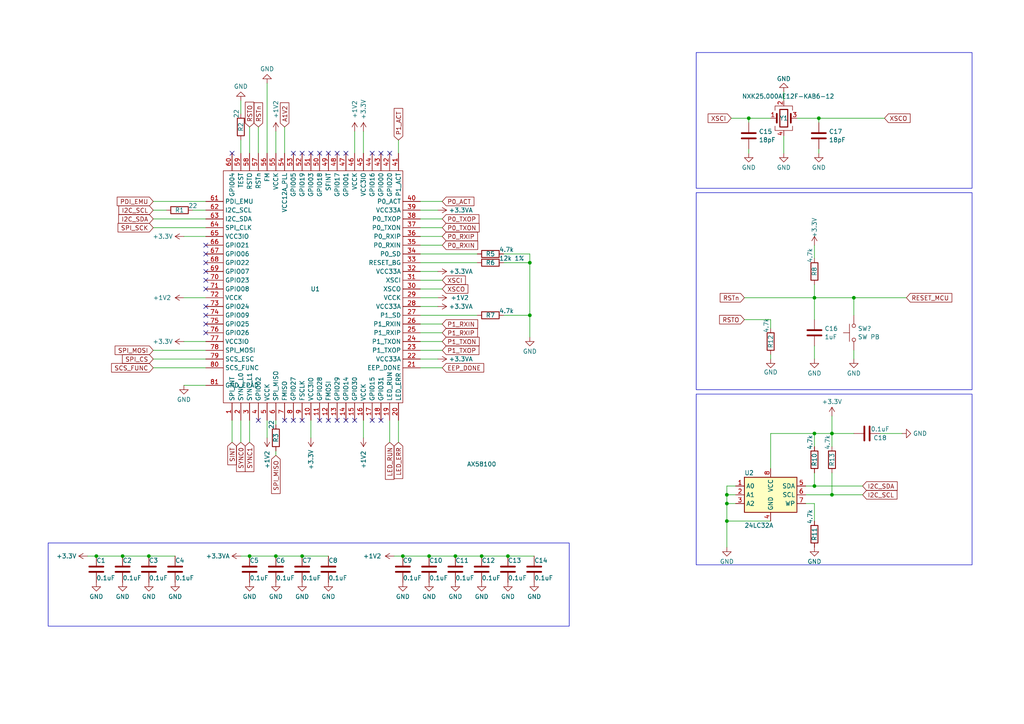
<source format=kicad_sch>
(kicad_sch (version 20230121) (generator eeschema)

  (uuid d01ee7a8-badb-421f-a195-8ebab99570c6)

  (paper "A4")

  (lib_symbols
    (symbol "Device:C" (pin_numbers hide) (pin_names (offset 0.254)) (in_bom yes) (on_board yes)
      (property "Reference" "C" (at 0.635 2.54 0)
        (effects (font (size 1.27 1.27)) (justify left))
      )
      (property "Value" "C" (at 0.635 -2.54 0)
        (effects (font (size 1.27 1.27)) (justify left))
      )
      (property "Footprint" "" (at 0.9652 -3.81 0)
        (effects (font (size 1.27 1.27)) hide)
      )
      (property "Datasheet" "~" (at 0 0 0)
        (effects (font (size 1.27 1.27)) hide)
      )
      (property "ki_keywords" "cap capacitor" (at 0 0 0)
        (effects (font (size 1.27 1.27)) hide)
      )
      (property "ki_description" "Unpolarized capacitor" (at 0 0 0)
        (effects (font (size 1.27 1.27)) hide)
      )
      (property "ki_fp_filters" "C_*" (at 0 0 0)
        (effects (font (size 1.27 1.27)) hide)
      )
      (symbol "C_0_1"
        (polyline
          (pts
            (xy -2.032 -0.762)
            (xy 2.032 -0.762)
          )
          (stroke (width 0.508) (type default))
          (fill (type none))
        )
        (polyline
          (pts
            (xy -2.032 0.762)
            (xy 2.032 0.762)
          )
          (stroke (width 0.508) (type default))
          (fill (type none))
        )
      )
      (symbol "C_1_1"
        (pin passive line (at 0 3.81 270) (length 2.794)
          (name "~" (effects (font (size 1.27 1.27))))
          (number "1" (effects (font (size 1.27 1.27))))
        )
        (pin passive line (at 0 -3.81 90) (length 2.794)
          (name "~" (effects (font (size 1.27 1.27))))
          (number "2" (effects (font (size 1.27 1.27))))
        )
      )
    )
    (symbol "Device:Crystal_GND24" (pin_names (offset 1.016) hide) (in_bom yes) (on_board yes)
      (property "Reference" "Y" (at 3.175 5.08 0)
        (effects (font (size 1.27 1.27)) (justify left))
      )
      (property "Value" "Crystal_GND24" (at 3.175 3.175 0)
        (effects (font (size 1.27 1.27)) (justify left))
      )
      (property "Footprint" "" (at 0 0 0)
        (effects (font (size 1.27 1.27)) hide)
      )
      (property "Datasheet" "~" (at 0 0 0)
        (effects (font (size 1.27 1.27)) hide)
      )
      (property "ki_keywords" "quartz ceramic resonator oscillator" (at 0 0 0)
        (effects (font (size 1.27 1.27)) hide)
      )
      (property "ki_description" "Four pin crystal, GND on pins 2 and 4" (at 0 0 0)
        (effects (font (size 1.27 1.27)) hide)
      )
      (property "ki_fp_filters" "Crystal*" (at 0 0 0)
        (effects (font (size 1.27 1.27)) hide)
      )
      (symbol "Crystal_GND24_0_1"
        (rectangle (start -1.143 2.54) (end 1.143 -2.54)
          (stroke (width 0.3048) (type default))
          (fill (type none))
        )
        (polyline
          (pts
            (xy -2.54 0)
            (xy -2.032 0)
          )
          (stroke (width 0) (type default))
          (fill (type none))
        )
        (polyline
          (pts
            (xy -2.032 -1.27)
            (xy -2.032 1.27)
          )
          (stroke (width 0.508) (type default))
          (fill (type none))
        )
        (polyline
          (pts
            (xy 0 -3.81)
            (xy 0 -3.556)
          )
          (stroke (width 0) (type default))
          (fill (type none))
        )
        (polyline
          (pts
            (xy 0 3.556)
            (xy 0 3.81)
          )
          (stroke (width 0) (type default))
          (fill (type none))
        )
        (polyline
          (pts
            (xy 2.032 -1.27)
            (xy 2.032 1.27)
          )
          (stroke (width 0.508) (type default))
          (fill (type none))
        )
        (polyline
          (pts
            (xy 2.032 0)
            (xy 2.54 0)
          )
          (stroke (width 0) (type default))
          (fill (type none))
        )
        (polyline
          (pts
            (xy -2.54 -2.286)
            (xy -2.54 -3.556)
            (xy 2.54 -3.556)
            (xy 2.54 -2.286)
          )
          (stroke (width 0) (type default))
          (fill (type none))
        )
        (polyline
          (pts
            (xy -2.54 2.286)
            (xy -2.54 3.556)
            (xy 2.54 3.556)
            (xy 2.54 2.286)
          )
          (stroke (width 0) (type default))
          (fill (type none))
        )
      )
      (symbol "Crystal_GND24_1_1"
        (pin passive line (at -3.81 0 0) (length 1.27)
          (name "1" (effects (font (size 1.27 1.27))))
          (number "1" (effects (font (size 1.27 1.27))))
        )
        (pin passive line (at 0 5.08 270) (length 1.27)
          (name "2" (effects (font (size 1.27 1.27))))
          (number "2" (effects (font (size 1.27 1.27))))
        )
        (pin passive line (at 3.81 0 180) (length 1.27)
          (name "3" (effects (font (size 1.27 1.27))))
          (number "3" (effects (font (size 1.27 1.27))))
        )
        (pin passive line (at 0 -5.08 90) (length 1.27)
          (name "4" (effects (font (size 1.27 1.27))))
          (number "4" (effects (font (size 1.27 1.27))))
        )
      )
    )
    (symbol "Device:R" (pin_numbers hide) (pin_names (offset 0)) (in_bom yes) (on_board yes)
      (property "Reference" "R" (at 2.032 0 90)
        (effects (font (size 1.27 1.27)))
      )
      (property "Value" "R" (at 0 0 90)
        (effects (font (size 1.27 1.27)))
      )
      (property "Footprint" "" (at -1.778 0 90)
        (effects (font (size 1.27 1.27)) hide)
      )
      (property "Datasheet" "~" (at 0 0 0)
        (effects (font (size 1.27 1.27)) hide)
      )
      (property "ki_keywords" "R res resistor" (at 0 0 0)
        (effects (font (size 1.27 1.27)) hide)
      )
      (property "ki_description" "Resistor" (at 0 0 0)
        (effects (font (size 1.27 1.27)) hide)
      )
      (property "ki_fp_filters" "R_*" (at 0 0 0)
        (effects (font (size 1.27 1.27)) hide)
      )
      (symbol "R_0_1"
        (rectangle (start -1.016 -2.54) (end 1.016 2.54)
          (stroke (width 0.254) (type default))
          (fill (type none))
        )
      )
      (symbol "R_1_1"
        (pin passive line (at 0 3.81 270) (length 1.27)
          (name "~" (effects (font (size 1.27 1.27))))
          (number "1" (effects (font (size 1.27 1.27))))
        )
        (pin passive line (at 0 -3.81 90) (length 1.27)
          (name "~" (effects (font (size 1.27 1.27))))
          (number "2" (effects (font (size 1.27 1.27))))
        )
      )
    )
    (symbol "HakansLibrary:AX58100" (in_bom yes) (on_board yes)
      (property "Reference" "U" (at 0 0 0)
        (effects (font (size 1.27 1.27)))
      )
      (property "Value" "" (at 0 0 0)
        (effects (font (size 1.27 1.27)))
      )
      (property "Footprint" "" (at 0 0 0)
        (effects (font (size 1.27 1.27)) hide)
      )
      (property "Datasheet" "" (at 0 0 0)
        (effects (font (size 1.27 1.27)) hide)
      )
      (symbol "AX58100_0_1"
        (rectangle (start -74.93 85.09) (end -22.86 17.78)
          (stroke (width 0) (type default))
          (fill (type none))
        )
      )
      (symbol "AX58100_1_0"
        (pin power_in line (at -80.01 22.86 0) (length 5.08)
          (name "GND_EPAD" (effects (font (size 1.27 1.27))))
          (number "81" (effects (font (size 1.27 1.27))))
        )
      )
      (symbol "AX58100_1_1"
        (pin output line (at -72.39 12.7 90) (length 5.08)
          (name "SPI_INT" (effects (font (size 1.27 1.27))))
          (number "1" (effects (font (size 1.27 1.27))))
        )
        (pin power_in line (at -49.53 12.7 90) (length 5.08)
          (name "VCC3IO" (effects (font (size 1.27 1.27))))
          (number "10" (effects (font (size 1.27 1.27))))
        )
        (pin bidirectional line (at -46.99 12.7 90) (length 5.08)
          (name "GPIO28" (effects (font (size 1.27 1.27))))
          (number "11" (effects (font (size 1.27 1.27))))
        )
        (pin input line (at -44.45 12.7 90) (length 5.08)
          (name "FMOSI" (effects (font (size 1.27 1.27))))
          (number "12" (effects (font (size 1.27 1.27))))
        )
        (pin bidirectional line (at -41.91 12.7 90) (length 5.08)
          (name "GPIO29" (effects (font (size 1.27 1.27))))
          (number "13" (effects (font (size 1.27 1.27))))
        )
        (pin bidirectional line (at -39.37 12.7 90) (length 5.08)
          (name "GPIO14" (effects (font (size 1.27 1.27))))
          (number "14" (effects (font (size 1.27 1.27))))
        )
        (pin bidirectional line (at -36.83 12.7 90) (length 5.08)
          (name "GPIO30" (effects (font (size 1.27 1.27))))
          (number "15" (effects (font (size 1.27 1.27))))
        )
        (pin power_in line (at -34.29 12.7 90) (length 5.08)
          (name "VCCK" (effects (font (size 1.27 1.27))))
          (number "16" (effects (font (size 1.27 1.27))))
        )
        (pin bidirectional line (at -31.75 12.7 90) (length 5.08)
          (name "GPIO15" (effects (font (size 1.27 1.27))))
          (number "17" (effects (font (size 1.27 1.27))))
        )
        (pin bidirectional line (at -29.21 12.7 90) (length 5.08)
          (name "GPIO31" (effects (font (size 1.27 1.27))))
          (number "18" (effects (font (size 1.27 1.27))))
        )
        (pin bidirectional line (at -26.67 12.7 90) (length 5.08)
          (name "LED_RUN" (effects (font (size 1.27 1.27))))
          (number "19" (effects (font (size 1.27 1.27))))
        )
        (pin bidirectional line (at -69.85 12.7 90) (length 5.08)
          (name "SYNC_L0" (effects (font (size 1.27 1.27))))
          (number "2" (effects (font (size 1.27 1.27))))
        )
        (pin bidirectional line (at -24.13 12.7 90) (length 5.08)
          (name "LED_ERR" (effects (font (size 1.27 1.27))))
          (number "20" (effects (font (size 1.27 1.27))))
        )
        (pin output line (at -17.78 27.94 180) (length 5.08)
          (name "EEP_DONE" (effects (font (size 1.27 1.27))))
          (number "21" (effects (font (size 1.27 1.27))))
        )
        (pin power_in line (at -17.78 30.48 180) (length 5.08)
          (name "VCC33A" (effects (font (size 1.27 1.27))))
          (number "22" (effects (font (size 1.27 1.27))))
        )
        (pin bidirectional line (at -17.78 33.02 180) (length 5.08)
          (name "P1_TXOP" (effects (font (size 1.27 1.27))))
          (number "23" (effects (font (size 1.27 1.27))))
        )
        (pin bidirectional line (at -17.78 35.56 180) (length 5.08)
          (name "P1_TXON" (effects (font (size 1.27 1.27))))
          (number "24" (effects (font (size 1.27 1.27))))
        )
        (pin bidirectional line (at -17.78 38.1 180) (length 5.08)
          (name "P1_RXIP" (effects (font (size 1.27 1.27))))
          (number "25" (effects (font (size 1.27 1.27))))
        )
        (pin bidirectional line (at -17.78 40.64 180) (length 5.08)
          (name "P1_RXIN" (effects (font (size 1.27 1.27))))
          (number "26" (effects (font (size 1.27 1.27))))
        )
        (pin bidirectional line (at -17.78 43.18 180) (length 5.08)
          (name "P1_SD" (effects (font (size 1.27 1.27))))
          (number "27" (effects (font (size 1.27 1.27))))
        )
        (pin power_in line (at -17.78 45.72 180) (length 5.08)
          (name "VCC33A" (effects (font (size 1.27 1.27))))
          (number "28" (effects (font (size 1.27 1.27))))
        )
        (pin power_in line (at -17.78 48.26 180) (length 5.08)
          (name "VCCK" (effects (font (size 1.27 1.27))))
          (number "29" (effects (font (size 1.27 1.27))))
        )
        (pin bidirectional line (at -67.31 12.7 90) (length 5.08)
          (name "SYNC_L1" (effects (font (size 1.27 1.27))))
          (number "3" (effects (font (size 1.27 1.27))))
        )
        (pin bidirectional line (at -17.78 50.8 180) (length 5.08)
          (name "XSCO" (effects (font (size 1.27 1.27))))
          (number "30" (effects (font (size 1.27 1.27))))
        )
        (pin input line (at -17.78 53.34 180) (length 5.08)
          (name "XSCI" (effects (font (size 1.27 1.27))))
          (number "31" (effects (font (size 1.27 1.27))))
        )
        (pin power_in line (at -17.78 55.88 180) (length 5.08)
          (name "VCC33A" (effects (font (size 1.27 1.27))))
          (number "32" (effects (font (size 1.27 1.27))))
        )
        (pin output line (at -17.78 58.42 180) (length 5.08)
          (name "RESET_BG" (effects (font (size 1.27 1.27))))
          (number "33" (effects (font (size 1.27 1.27))))
        )
        (pin bidirectional line (at -17.78 60.96 180) (length 5.08)
          (name "P0_SD" (effects (font (size 1.27 1.27))))
          (number "34" (effects (font (size 1.27 1.27))))
        )
        (pin bidirectional line (at -17.78 63.5 180) (length 5.08)
          (name "P0_RXIN" (effects (font (size 1.27 1.27))))
          (number "35" (effects (font (size 1.27 1.27))))
        )
        (pin bidirectional line (at -17.78 66.04 180) (length 5.08)
          (name "P0_RXIP" (effects (font (size 1.27 1.27))))
          (number "36" (effects (font (size 1.27 1.27))))
        )
        (pin bidirectional line (at -17.78 68.58 180) (length 5.08)
          (name "P0_TXON" (effects (font (size 1.27 1.27))))
          (number "37" (effects (font (size 1.27 1.27))))
        )
        (pin bidirectional line (at -17.78 71.12 180) (length 5.08)
          (name "P0_TXOP" (effects (font (size 1.27 1.27))))
          (number "38" (effects (font (size 1.27 1.27))))
        )
        (pin power_in line (at -17.78 73.66 180) (length 5.08)
          (name "VCC33A" (effects (font (size 1.27 1.27))))
          (number "39" (effects (font (size 1.27 1.27))))
        )
        (pin bidirectional line (at -64.77 12.7 90) (length 5.08)
          (name "GPIO02" (effects (font (size 1.27 1.27))))
          (number "4" (effects (font (size 1.27 1.27))))
        )
        (pin bidirectional line (at -17.78 76.2 180) (length 5.08)
          (name "P0_ACT" (effects (font (size 1.27 1.27))))
          (number "40" (effects (font (size 1.27 1.27))))
        )
        (pin input line (at -24.13 90.17 270) (length 5.08)
          (name "P1_ACT" (effects (font (size 1.27 1.27))))
          (number "41" (effects (font (size 1.27 1.27))))
        )
        (pin bidirectional line (at -26.67 90.17 270) (length 5.08)
          (name "GPIO20" (effects (font (size 1.27 1.27))))
          (number "42" (effects (font (size 1.27 1.27))))
        )
        (pin bidirectional line (at -29.21 90.17 270) (length 5.08)
          (name "GPIO00" (effects (font (size 1.27 1.27))))
          (number "43" (effects (font (size 1.27 1.27))))
        )
        (pin bidirectional line (at -31.75 90.17 270) (length 5.08)
          (name "GPIO16" (effects (font (size 1.27 1.27))))
          (number "44" (effects (font (size 1.27 1.27))))
        )
        (pin power_in line (at -34.29 90.17 270) (length 5.08)
          (name "VCC3IO" (effects (font (size 1.27 1.27))))
          (number "45" (effects (font (size 1.27 1.27))))
        )
        (pin power_in line (at -36.83 90.17 270) (length 5.08)
          (name "VCCK" (effects (font (size 1.27 1.27))))
          (number "46" (effects (font (size 1.27 1.27))))
        )
        (pin bidirectional line (at -39.37 90.17 270) (length 5.08)
          (name "GPIO01" (effects (font (size 1.27 1.27))))
          (number "47" (effects (font (size 1.27 1.27))))
        )
        (pin bidirectional line (at -41.91 90.17 270) (length 5.08)
          (name "GPIO17" (effects (font (size 1.27 1.27))))
          (number "48" (effects (font (size 1.27 1.27))))
        )
        (pin output line (at -44.45 90.17 270) (length 5.08)
          (name "SFINT" (effects (font (size 1.27 1.27))))
          (number "49" (effects (font (size 1.27 1.27))))
        )
        (pin power_in line (at -62.23 12.7 90) (length 5.08)
          (name "VCCK" (effects (font (size 1.27 1.27))))
          (number "5" (effects (font (size 1.27 1.27))))
        )
        (pin bidirectional line (at -46.99 90.17 270) (length 5.08)
          (name "GPIO18" (effects (font (size 1.27 1.27))))
          (number "50" (effects (font (size 1.27 1.27))))
        )
        (pin passive line (at -49.53 90.17 270) (length 5.08)
          (name "GPIO03" (effects (font (size 1.27 1.27))))
          (number "51" (effects (font (size 1.27 1.27))))
        )
        (pin bidirectional line (at -52.07 90.17 270) (length 5.08)
          (name "GPIO19" (effects (font (size 1.27 1.27))))
          (number "52" (effects (font (size 1.27 1.27))))
        )
        (pin bidirectional line (at -54.61 90.17 270) (length 5.08)
          (name "GPIO05" (effects (font (size 1.27 1.27))))
          (number "53" (effects (font (size 1.27 1.27))))
        )
        (pin power_in line (at -57.15 90.17 270) (length 5.08)
          (name "VCC12A_PLL" (effects (font (size 1.27 1.27))))
          (number "54" (effects (font (size 1.27 1.27))))
        )
        (pin power_in line (at -59.69 90.17 270) (length 5.08)
          (name "VCCK" (effects (font (size 1.27 1.27))))
          (number "55" (effects (font (size 1.27 1.27))))
        )
        (pin input line (at -62.23 90.17 270) (length 5.08)
          (name "FM" (effects (font (size 1.27 1.27))))
          (number "56" (effects (font (size 1.27 1.27))))
        )
        (pin input line (at -64.77 90.17 270) (length 5.08)
          (name "RSTn" (effects (font (size 1.27 1.27))))
          (number "57" (effects (font (size 1.27 1.27))))
        )
        (pin output line (at -67.31 90.17 270) (length 5.08)
          (name "RSTO" (effects (font (size 1.27 1.27))))
          (number "58" (effects (font (size 1.27 1.27))))
        )
        (pin input line (at -69.85 90.17 270) (length 5.08)
          (name "TEST" (effects (font (size 1.27 1.27))))
          (number "59" (effects (font (size 1.27 1.27))))
        )
        (pin output line (at -59.69 12.7 90) (length 5.08)
          (name "SPI_MISO" (effects (font (size 1.27 1.27))))
          (number "6" (effects (font (size 1.27 1.27))))
        )
        (pin bidirectional line (at -72.39 90.17 270) (length 5.08)
          (name "GPIO04" (effects (font (size 1.27 1.27))))
          (number "60" (effects (font (size 1.27 1.27))))
        )
        (pin input line (at -80.01 76.2 0) (length 5.08)
          (name "PDI_EMU" (effects (font (size 1.27 1.27))))
          (number "61" (effects (font (size 1.27 1.27))))
        )
        (pin output line (at -80.01 73.66 0) (length 5.08)
          (name "I2C_SCL" (effects (font (size 1.27 1.27))))
          (number "62" (effects (font (size 1.27 1.27))))
        )
        (pin bidirectional line (at -80.01 71.12 0) (length 5.08)
          (name "I2C_SDA" (effects (font (size 1.27 1.27))))
          (number "63" (effects (font (size 1.27 1.27))))
        )
        (pin input line (at -80.01 68.58 0) (length 5.08)
          (name "SPI_CLK" (effects (font (size 1.27 1.27))))
          (number "64" (effects (font (size 1.27 1.27))))
        )
        (pin power_in line (at -80.01 66.04 0) (length 5.08)
          (name "VCC3IO" (effects (font (size 1.27 1.27))))
          (number "65" (effects (font (size 1.27 1.27))))
        )
        (pin bidirectional line (at -80.01 63.5 0) (length 5.08)
          (name "GPIO21" (effects (font (size 1.27 1.27))))
          (number "66" (effects (font (size 1.27 1.27))))
        )
        (pin bidirectional line (at -80.01 60.96 0) (length 5.08)
          (name "GPIO06" (effects (font (size 1.27 1.27))))
          (number "67" (effects (font (size 1.27 1.27))))
        )
        (pin bidirectional line (at -80.01 58.42 0) (length 5.08)
          (name "GPIO22" (effects (font (size 1.27 1.27))))
          (number "68" (effects (font (size 1.27 1.27))))
        )
        (pin bidirectional line (at -80.01 55.88 0) (length 5.08)
          (name "GPIO07" (effects (font (size 1.27 1.27))))
          (number "69" (effects (font (size 1.27 1.27))))
        )
        (pin output line (at -57.15 12.7 90) (length 5.08)
          (name "FMISO" (effects (font (size 1.27 1.27))))
          (number "7" (effects (font (size 1.27 1.27))))
        )
        (pin bidirectional line (at -80.01 53.34 0) (length 5.08)
          (name "GPIO23" (effects (font (size 1.27 1.27))))
          (number "70" (effects (font (size 1.27 1.27))))
        )
        (pin bidirectional line (at -80.01 50.8 0) (length 5.08)
          (name "GPIO08" (effects (font (size 1.27 1.27))))
          (number "71" (effects (font (size 1.27 1.27))))
        )
        (pin power_in line (at -80.01 48.26 0) (length 5.08)
          (name "VCCK" (effects (font (size 1.27 1.27))))
          (number "72" (effects (font (size 1.27 1.27))))
        )
        (pin bidirectional line (at -80.01 45.72 0) (length 5.08)
          (name "GPIO24" (effects (font (size 1.27 1.27))))
          (number "73" (effects (font (size 1.27 1.27))))
        )
        (pin bidirectional line (at -80.01 43.18 0) (length 5.08)
          (name "GPIO09" (effects (font (size 1.27 1.27))))
          (number "74" (effects (font (size 1.27 1.27))))
        )
        (pin bidirectional line (at -80.01 40.64 0) (length 5.08)
          (name "GPIO25" (effects (font (size 1.27 1.27))))
          (number "75" (effects (font (size 1.27 1.27))))
        )
        (pin bidirectional line (at -80.01 38.1 0) (length 5.08)
          (name "GPIO26" (effects (font (size 1.27 1.27))))
          (number "76" (effects (font (size 1.27 1.27))))
        )
        (pin power_in line (at -80.01 35.56 0) (length 5.08)
          (name "VCC3IO" (effects (font (size 1.27 1.27))))
          (number "77" (effects (font (size 1.27 1.27))))
        )
        (pin input line (at -80.01 33.02 0) (length 5.08)
          (name "SPI_MOSI" (effects (font (size 1.27 1.27))))
          (number "78" (effects (font (size 1.27 1.27))))
        )
        (pin input line (at -80.01 30.48 0) (length 5.08)
          (name "SCS_ESC" (effects (font (size 1.27 1.27))))
          (number "79" (effects (font (size 1.27 1.27))))
        )
        (pin bidirectional line (at -54.61 12.7 90) (length 5.08)
          (name "GPIO27" (effects (font (size 1.27 1.27))))
          (number "8" (effects (font (size 1.27 1.27))))
        )
        (pin input line (at -80.01 27.94 0) (length 5.08)
          (name "SCS_FUNC" (effects (font (size 1.27 1.27))))
          (number "80" (effects (font (size 1.27 1.27))))
        )
        (pin input line (at -52.07 12.7 90) (length 5.08)
          (name "FSCLK" (effects (font (size 1.27 1.27))))
          (number "9" (effects (font (size 1.27 1.27))))
        )
      )
    )
    (symbol "Memory_EEPROM:AT24CS32-SSHM" (in_bom yes) (on_board yes)
      (property "Reference" "U" (at -7.62 6.35 0)
        (effects (font (size 1.27 1.27)))
      )
      (property "Value" "AT24CS32-SSHM" (at 2.54 -6.35 0)
        (effects (font (size 1.27 1.27)) (justify left))
      )
      (property "Footprint" "Package_SO:SOIC-8_3.9x4.9mm_P1.27mm" (at 0 0 0)
        (effects (font (size 1.27 1.27)) hide)
      )
      (property "Datasheet" "http://ww1.microchip.com/downloads/en/DeviceDoc/Atmel-8869-SEEPROM-AT24CS32-Datasheet.pdf" (at 0 0 0)
        (effects (font (size 1.27 1.27)) hide)
      )
      (property "ki_keywords" "I2C Serial EEPROM Nonvolatile Memory" (at 0 0 0)
        (effects (font (size 1.27 1.27)) hide)
      )
      (property "ki_description" "I2C Serial EEPROM, 32Kb (4096x8) with Unique Serial Number, SO8" (at 0 0 0)
        (effects (font (size 1.27 1.27)) hide)
      )
      (property "ki_fp_filters" "SOIC*3.9x4.9mm*P1.27mm*" (at 0 0 0)
        (effects (font (size 1.27 1.27)) hide)
      )
      (symbol "AT24CS32-SSHM_1_1"
        (rectangle (start -7.62 5.08) (end 7.62 -5.08)
          (stroke (width 0.254) (type default))
          (fill (type background))
        )
        (pin input line (at -10.16 2.54 0) (length 2.54)
          (name "A0" (effects (font (size 1.27 1.27))))
          (number "1" (effects (font (size 1.27 1.27))))
        )
        (pin input line (at -10.16 0 0) (length 2.54)
          (name "A1" (effects (font (size 1.27 1.27))))
          (number "2" (effects (font (size 1.27 1.27))))
        )
        (pin input line (at -10.16 -2.54 0) (length 2.54)
          (name "A2" (effects (font (size 1.27 1.27))))
          (number "3" (effects (font (size 1.27 1.27))))
        )
        (pin power_in line (at 0 -7.62 90) (length 2.54)
          (name "GND" (effects (font (size 1.27 1.27))))
          (number "4" (effects (font (size 1.27 1.27))))
        )
        (pin bidirectional line (at 10.16 2.54 180) (length 2.54)
          (name "SDA" (effects (font (size 1.27 1.27))))
          (number "5" (effects (font (size 1.27 1.27))))
        )
        (pin input line (at 10.16 0 180) (length 2.54)
          (name "SCL" (effects (font (size 1.27 1.27))))
          (number "6" (effects (font (size 1.27 1.27))))
        )
        (pin input line (at 10.16 -2.54 180) (length 2.54)
          (name "WP" (effects (font (size 1.27 1.27))))
          (number "7" (effects (font (size 1.27 1.27))))
        )
        (pin power_in line (at 0 7.62 270) (length 2.54)
          (name "VCC" (effects (font (size 1.27 1.27))))
          (number "8" (effects (font (size 1.27 1.27))))
        )
      )
    )
    (symbol "Switch:SW_Push" (pin_numbers hide) (pin_names (offset 1.016) hide) (in_bom yes) (on_board yes)
      (property "Reference" "SW" (at 1.27 2.54 0)
        (effects (font (size 1.27 1.27)) (justify left))
      )
      (property "Value" "SW_Push" (at 0 -1.524 0)
        (effects (font (size 1.27 1.27)))
      )
      (property "Footprint" "" (at 0 5.08 0)
        (effects (font (size 1.27 1.27)) hide)
      )
      (property "Datasheet" "~" (at 0 5.08 0)
        (effects (font (size 1.27 1.27)) hide)
      )
      (property "ki_keywords" "switch normally-open pushbutton push-button" (at 0 0 0)
        (effects (font (size 1.27 1.27)) hide)
      )
      (property "ki_description" "Push button switch, generic, two pins" (at 0 0 0)
        (effects (font (size 1.27 1.27)) hide)
      )
      (symbol "SW_Push_0_1"
        (circle (center -2.032 0) (radius 0.508)
          (stroke (width 0) (type default))
          (fill (type none))
        )
        (polyline
          (pts
            (xy 0 1.27)
            (xy 0 3.048)
          )
          (stroke (width 0) (type default))
          (fill (type none))
        )
        (polyline
          (pts
            (xy 2.54 1.27)
            (xy -2.54 1.27)
          )
          (stroke (width 0) (type default))
          (fill (type none))
        )
        (circle (center 2.032 0) (radius 0.508)
          (stroke (width 0) (type default))
          (fill (type none))
        )
        (pin passive line (at -5.08 0 0) (length 2.54)
          (name "1" (effects (font (size 1.27 1.27))))
          (number "1" (effects (font (size 1.27 1.27))))
        )
        (pin passive line (at 5.08 0 180) (length 2.54)
          (name "2" (effects (font (size 1.27 1.27))))
          (number "2" (effects (font (size 1.27 1.27))))
        )
      )
    )
    (symbol "power:+1V2" (power) (pin_names (offset 0)) (in_bom yes) (on_board yes)
      (property "Reference" "#PWR" (at 0 -3.81 0)
        (effects (font (size 1.27 1.27)) hide)
      )
      (property "Value" "+1V2" (at 0 3.556 0)
        (effects (font (size 1.27 1.27)))
      )
      (property "Footprint" "" (at 0 0 0)
        (effects (font (size 1.27 1.27)) hide)
      )
      (property "Datasheet" "" (at 0 0 0)
        (effects (font (size 1.27 1.27)) hide)
      )
      (property "ki_keywords" "global power" (at 0 0 0)
        (effects (font (size 1.27 1.27)) hide)
      )
      (property "ki_description" "Power symbol creates a global label with name \"+1V2\"" (at 0 0 0)
        (effects (font (size 1.27 1.27)) hide)
      )
      (symbol "+1V2_0_1"
        (polyline
          (pts
            (xy -0.762 1.27)
            (xy 0 2.54)
          )
          (stroke (width 0) (type default))
          (fill (type none))
        )
        (polyline
          (pts
            (xy 0 0)
            (xy 0 2.54)
          )
          (stroke (width 0) (type default))
          (fill (type none))
        )
        (polyline
          (pts
            (xy 0 2.54)
            (xy 0.762 1.27)
          )
          (stroke (width 0) (type default))
          (fill (type none))
        )
      )
      (symbol "+1V2_1_1"
        (pin power_in line (at 0 0 90) (length 0) hide
          (name "+1V2" (effects (font (size 1.27 1.27))))
          (number "1" (effects (font (size 1.27 1.27))))
        )
      )
    )
    (symbol "power:+3.3V" (power) (pin_names (offset 0)) (in_bom yes) (on_board yes)
      (property "Reference" "#PWR" (at 0 -3.81 0)
        (effects (font (size 1.27 1.27)) hide)
      )
      (property "Value" "+3.3V" (at 0 3.556 0)
        (effects (font (size 1.27 1.27)))
      )
      (property "Footprint" "" (at 0 0 0)
        (effects (font (size 1.27 1.27)) hide)
      )
      (property "Datasheet" "" (at 0 0 0)
        (effects (font (size 1.27 1.27)) hide)
      )
      (property "ki_keywords" "global power" (at 0 0 0)
        (effects (font (size 1.27 1.27)) hide)
      )
      (property "ki_description" "Power symbol creates a global label with name \"+3.3V\"" (at 0 0 0)
        (effects (font (size 1.27 1.27)) hide)
      )
      (symbol "+3.3V_0_1"
        (polyline
          (pts
            (xy -0.762 1.27)
            (xy 0 2.54)
          )
          (stroke (width 0) (type default))
          (fill (type none))
        )
        (polyline
          (pts
            (xy 0 0)
            (xy 0 2.54)
          )
          (stroke (width 0) (type default))
          (fill (type none))
        )
        (polyline
          (pts
            (xy 0 2.54)
            (xy 0.762 1.27)
          )
          (stroke (width 0) (type default))
          (fill (type none))
        )
      )
      (symbol "+3.3V_1_1"
        (pin power_in line (at 0 0 90) (length 0) hide
          (name "+3.3V" (effects (font (size 1.27 1.27))))
          (number "1" (effects (font (size 1.27 1.27))))
        )
      )
    )
    (symbol "power:+3.3VA" (power) (pin_names (offset 0)) (in_bom yes) (on_board yes)
      (property "Reference" "#PWR" (at 0 -3.81 0)
        (effects (font (size 1.27 1.27)) hide)
      )
      (property "Value" "+3.3VA" (at 0 3.556 0)
        (effects (font (size 1.27 1.27)))
      )
      (property "Footprint" "" (at 0 0 0)
        (effects (font (size 1.27 1.27)) hide)
      )
      (property "Datasheet" "" (at 0 0 0)
        (effects (font (size 1.27 1.27)) hide)
      )
      (property "ki_keywords" "global power" (at 0 0 0)
        (effects (font (size 1.27 1.27)) hide)
      )
      (property "ki_description" "Power symbol creates a global label with name \"+3.3VA\"" (at 0 0 0)
        (effects (font (size 1.27 1.27)) hide)
      )
      (symbol "+3.3VA_0_1"
        (polyline
          (pts
            (xy -0.762 1.27)
            (xy 0 2.54)
          )
          (stroke (width 0) (type default))
          (fill (type none))
        )
        (polyline
          (pts
            (xy 0 0)
            (xy 0 2.54)
          )
          (stroke (width 0) (type default))
          (fill (type none))
        )
        (polyline
          (pts
            (xy 0 2.54)
            (xy 0.762 1.27)
          )
          (stroke (width 0) (type default))
          (fill (type none))
        )
      )
      (symbol "+3.3VA_1_1"
        (pin power_in line (at 0 0 90) (length 0) hide
          (name "+3.3VA" (effects (font (size 1.27 1.27))))
          (number "1" (effects (font (size 1.27 1.27))))
        )
      )
    )
    (symbol "power:GND" (power) (pin_names (offset 0)) (in_bom yes) (on_board yes)
      (property "Reference" "#PWR" (at 0 -6.35 0)
        (effects (font (size 1.27 1.27)) hide)
      )
      (property "Value" "GND" (at 0 -3.81 0)
        (effects (font (size 1.27 1.27)))
      )
      (property "Footprint" "" (at 0 0 0)
        (effects (font (size 1.27 1.27)) hide)
      )
      (property "Datasheet" "" (at 0 0 0)
        (effects (font (size 1.27 1.27)) hide)
      )
      (property "ki_keywords" "global power" (at 0 0 0)
        (effects (font (size 1.27 1.27)) hide)
      )
      (property "ki_description" "Power symbol creates a global label with name \"GND\" , ground" (at 0 0 0)
        (effects (font (size 1.27 1.27)) hide)
      )
      (symbol "GND_0_1"
        (polyline
          (pts
            (xy 0 0)
            (xy 0 -1.27)
            (xy 1.27 -1.27)
            (xy 0 -2.54)
            (xy -1.27 -1.27)
            (xy 0 -1.27)
          )
          (stroke (width 0) (type default))
          (fill (type none))
        )
      )
      (symbol "GND_1_1"
        (pin power_in line (at 0 0 270) (length 0) hide
          (name "GND" (effects (font (size 1.27 1.27))))
          (number "1" (effects (font (size 1.27 1.27))))
        )
      )
    )
  )

  (junction (at 236.22 125.73) (diameter 0) (color 0 0 0 0)
    (uuid 0a5235fe-d0f4-420a-9560-6dd1ccdea44f)
  )
  (junction (at 217.17 34.29) (diameter 0) (color 0 0 0 0)
    (uuid 17085ee2-ab44-4709-a5bf-270ceae66d7d)
  )
  (junction (at 124.46 161.29) (diameter 0) (color 0 0 0 0)
    (uuid 1b1ffde0-61b2-4256-8eae-0e92266a923a)
  )
  (junction (at 153.67 76.2) (diameter 0) (color 0 0 0 0)
    (uuid 1d94dd01-6dce-414e-82ad-3ac082fe20b1)
  )
  (junction (at 241.3 125.73) (diameter 0) (color 0 0 0 0)
    (uuid 24742ea1-03d5-4527-95f5-a7eea04d187b)
  )
  (junction (at 236.22 86.36) (diameter 0) (color 0 0 0 0)
    (uuid 2a65f1ec-1805-4e15-b211-525d5c3ea161)
  )
  (junction (at 236.22 140.97) (diameter 0) (color 0 0 0 0)
    (uuid 311f693d-f584-4886-af7a-ac8fa87a5459)
  )
  (junction (at 87.63 161.29) (diameter 0) (color 0 0 0 0)
    (uuid 459cb36e-c919-41a8-9849-d33d3cf3a3ab)
  )
  (junction (at 27.94 161.29) (diameter 0) (color 0 0 0 0)
    (uuid 4e4c8166-269b-4ae6-9196-ef65ad6f40a6)
  )
  (junction (at 139.7 161.29) (diameter 0) (color 0 0 0 0)
    (uuid 518638a7-6bbd-4b1a-9b2a-cce11baa340f)
  )
  (junction (at 116.84 161.29) (diameter 0) (color 0 0 0 0)
    (uuid 5e09a34a-7b17-4a2b-90a4-8bfc1cabaf5f)
  )
  (junction (at 210.82 143.51) (diameter 0) (color 0 0 0 0)
    (uuid 67a18ab4-38eb-4cf0-b629-7d4f44440338)
  )
  (junction (at 72.39 161.29) (diameter 0) (color 0 0 0 0)
    (uuid 73c5d438-4432-4531-ac18-515e2a295d56)
  )
  (junction (at 241.3 143.51) (diameter 0) (color 0 0 0 0)
    (uuid 7aced3ce-c005-4d88-9a12-1925ac4397fa)
  )
  (junction (at 153.67 91.44) (diameter 0) (color 0 0 0 0)
    (uuid 99917e2e-1e40-4f4a-99a8-4c34fbd78fdf)
  )
  (junction (at 147.32 161.29) (diameter 0) (color 0 0 0 0)
    (uuid a231cb60-0cad-446a-9f03-97fe667dfe62)
  )
  (junction (at 247.65 86.36) (diameter 0) (color 0 0 0 0)
    (uuid a615565b-f9c0-4d64-9d25-cfbf8b1b8c17)
  )
  (junction (at 80.01 161.29) (diameter 0) (color 0 0 0 0)
    (uuid ae7957f9-f534-41d0-a753-56caa3c754bf)
  )
  (junction (at 237.49 34.29) (diameter 0) (color 0 0 0 0)
    (uuid c0b2a015-9e09-4b84-a8db-3e0bb525f769)
  )
  (junction (at 35.56 161.29) (diameter 0) (color 0 0 0 0)
    (uuid caba9587-a93b-48be-9f22-46de7040b109)
  )
  (junction (at 132.08 161.29) (diameter 0) (color 0 0 0 0)
    (uuid da4bb6a4-2f3c-483c-89d5-98eab6f4825a)
  )
  (junction (at 43.18 161.29) (diameter 0) (color 0 0 0 0)
    (uuid e9be516d-f9ef-42ce-8a9c-f494160f831d)
  )
  (junction (at 210.82 146.05) (diameter 0) (color 0 0 0 0)
    (uuid eaf169ee-6223-4611-8993-ed3e0b7aaec9)
  )
  (junction (at 210.82 151.13) (diameter 0) (color 0 0 0 0)
    (uuid faab8082-b421-4936-8c29-d2204fb190fc)
  )

  (no_connect (at 85.09 121.92) (uuid 03582372-7a88-4dc8-b70a-ae5c9d9f5b9a))
  (no_connect (at 87.63 121.92) (uuid 04e36fae-2fa9-48ac-a272-64ef16d0e780))
  (no_connect (at 59.69 83.82) (uuid 058de604-e96a-49cf-a6be-6c42925562f3))
  (no_connect (at 59.69 91.44) (uuid 08886f01-e77c-4362-a629-2c438cc27a63))
  (no_connect (at 59.69 81.28) (uuid 18f52e10-e495-4347-acf1-89bfe8639768))
  (no_connect (at 85.09 44.45) (uuid 240f3c27-2110-43f9-a808-ae20464ef694))
  (no_connect (at 67.31 44.45) (uuid 2af2109d-c939-4ead-af49-a424852e6172))
  (no_connect (at 59.69 71.12) (uuid 2f2848fd-d350-4fe2-87cd-fc2cc311b844))
  (no_connect (at 100.33 44.45) (uuid 31944800-0220-4d45-9fc5-8988659e74fe))
  (no_connect (at 59.69 96.52) (uuid 3a0b54b2-bb15-4518-ad60-3e64ff13a2e8))
  (no_connect (at 113.03 44.45) (uuid 4b7cfe5b-f660-4679-9ef1-b97e92bc3c36))
  (no_connect (at 110.49 121.92) (uuid 54385480-26fd-4975-aa62-b22124f5d1b5))
  (no_connect (at 74.93 121.92) (uuid 5bcd07e5-9083-426a-a5d3-af6bf2d9a1d6))
  (no_connect (at 87.63 44.45) (uuid 64a80b79-cebd-4ffe-b46e-e61b58b2183d))
  (no_connect (at 95.25 44.45) (uuid 694a30c6-a7b1-4241-a162-df183afc2497))
  (no_connect (at 100.33 121.92) (uuid 76fc4185-45ad-47ae-a93a-b175c52404bb))
  (no_connect (at 95.25 121.92) (uuid 8812957d-039a-4ea4-af3f-52ce66a981f6))
  (no_connect (at 92.71 121.92) (uuid 8f5462c5-90d8-4d03-b113-1a67d2fbbfb4))
  (no_connect (at 97.79 44.45) (uuid 97fd1361-0026-4642-bcc4-b9d12ff1e962))
  (no_connect (at 59.69 76.2) (uuid 99645fbb-a256-49e6-b054-3d35c51aff78))
  (no_connect (at 82.55 121.92) (uuid 9d90f53c-e89c-413f-9a52-078258e8132a))
  (no_connect (at 107.95 121.92) (uuid a7b86ea2-55cf-4be8-a2c1-f18865c887f8))
  (no_connect (at 59.69 73.66) (uuid af074485-35ea-422a-94b3-bce6a32cfb11))
  (no_connect (at 110.49 44.45) (uuid baf6f094-61dd-49ff-866c-cbe4e6117fb4))
  (no_connect (at 97.79 121.92) (uuid bdf35d6b-f636-4be1-8c42-11a0fa301e43))
  (no_connect (at 107.95 44.45) (uuid bdfa3fbe-e787-4953-9ced-2f259a07d907))
  (no_connect (at 102.87 121.92) (uuid d11dd1ab-6cfc-4e71-b53f-f1d9df4c8669))
  (no_connect (at 59.69 93.98) (uuid d1e03a74-825f-4efb-8a7a-f4ee7ff18474))
  (no_connect (at 59.69 78.74) (uuid e0ca855f-0283-42db-913f-eb2685ade921))
  (no_connect (at 92.71 44.45) (uuid e2dafc7d-664a-49c3-a78a-870e04a8e028))
  (no_connect (at 59.69 88.9) (uuid ebb7839a-eced-476b-97e1-b0db9fb869a5))
  (no_connect (at 90.17 44.45) (uuid fa72b806-ea2f-445f-8bbe-ff5f49fe49af))

  (wire (pts (xy 44.45 58.42) (xy 59.69 58.42))
    (stroke (width 0) (type default))
    (uuid 0661466e-b1cf-459f-9610-fe6f7ab50f2f)
  )
  (wire (pts (xy 87.63 161.29) (xy 95.25 161.29))
    (stroke (width 0) (type default))
    (uuid 080445ef-121f-457a-8eb8-c01d133144f1)
  )
  (wire (pts (xy 127 60.96) (xy 121.92 60.96))
    (stroke (width 0) (type default))
    (uuid 0b164e35-60db-4fd7-9c70-50773f31c89c)
  )
  (wire (pts (xy 121.92 106.68) (xy 128.27 106.68))
    (stroke (width 0) (type default))
    (uuid 0cc2dfd8-1e97-4952-babd-8fbbbafc0d63)
  )
  (wire (pts (xy 127 86.36) (xy 121.92 86.36))
    (stroke (width 0) (type default))
    (uuid 0cd43ee8-7dba-4c49-82e1-26ad23998744)
  )
  (wire (pts (xy 138.43 76.2) (xy 121.92 76.2))
    (stroke (width 0) (type default))
    (uuid 0d22e0f2-b460-4b38-bd52-0fd1b6149a2d)
  )
  (wire (pts (xy 69.85 29.21) (xy 69.85 33.02))
    (stroke (width 0) (type default))
    (uuid 1089a63d-cc51-42a5-9e82-ae833def9b39)
  )
  (wire (pts (xy 247.65 86.36) (xy 262.89 86.36))
    (stroke (width 0) (type default))
    (uuid 11074601-6391-4aa4-bc8b-e295b30652ef)
  )
  (wire (pts (xy 236.22 104.14) (xy 236.22 100.33))
    (stroke (width 0) (type default))
    (uuid 123d2517-3309-4416-8a1a-5c55c648b646)
  )
  (wire (pts (xy 241.3 143.51) (xy 250.19 143.51))
    (stroke (width 0) (type default))
    (uuid 14221c0e-c601-43b2-933b-b5680988fbd1)
  )
  (wire (pts (xy 247.65 125.73) (xy 241.3 125.73))
    (stroke (width 0) (type default))
    (uuid 15082dba-b861-419c-abc6-0572bbd53413)
  )
  (wire (pts (xy 53.34 99.06) (xy 59.69 99.06))
    (stroke (width 0) (type default))
    (uuid 154cb437-9b6b-47b6-b250-7a770c3e34dd)
  )
  (wire (pts (xy 105.41 127) (xy 105.41 121.92))
    (stroke (width 0) (type default))
    (uuid 16b5788e-c8d6-4de2-9384-d078164e9680)
  )
  (wire (pts (xy 44.45 60.96) (xy 48.26 60.96))
    (stroke (width 0) (type default))
    (uuid 17e72e0d-995c-4ab6-b0fc-394979f83014)
  )
  (wire (pts (xy 128.27 71.12) (xy 121.92 71.12))
    (stroke (width 0) (type default))
    (uuid 19571281-1526-44cc-b8dd-fa49c4a096bd)
  )
  (wire (pts (xy 128.27 93.98) (xy 121.92 93.98))
    (stroke (width 0) (type default))
    (uuid 1e589d7e-64a5-4b06-bfee-92a0dd2e9c63)
  )
  (wire (pts (xy 227.33 44.45) (xy 227.33 39.37))
    (stroke (width 0) (type default))
    (uuid 1e6ddb81-465a-439b-8010-9e4a98e2041d)
  )
  (wire (pts (xy 35.56 161.29) (xy 43.18 161.29))
    (stroke (width 0) (type default))
    (uuid 20c17c6d-0798-480f-895f-e37937f2bfd2)
  )
  (wire (pts (xy 261.62 125.73) (xy 255.27 125.73))
    (stroke (width 0) (type default))
    (uuid 24a28ebf-aa7a-413b-b3be-2477173112d1)
  )
  (wire (pts (xy 82.55 36.83) (xy 82.55 44.45))
    (stroke (width 0) (type default))
    (uuid 24b5c9de-f3c8-4eb9-8565-b7c0c05c131d)
  )
  (wire (pts (xy 105.41 38.1) (xy 105.41 44.45))
    (stroke (width 0) (type default))
    (uuid 2ae0d641-7030-456d-81e8-f042184624dd)
  )
  (wire (pts (xy 128.27 96.52) (xy 121.92 96.52))
    (stroke (width 0) (type default))
    (uuid 2cbf219c-0172-4aa5-88a4-0e38cd409c07)
  )
  (wire (pts (xy 25.4 161.29) (xy 27.94 161.29))
    (stroke (width 0) (type default))
    (uuid 2f1d5b89-3fae-4ed8-b9cc-07e1400eaf2a)
  )
  (wire (pts (xy 146.05 76.2) (xy 153.67 76.2))
    (stroke (width 0) (type default))
    (uuid 327af36b-3cb7-4fbf-be27-06dfb04b3976)
  )
  (wire (pts (xy 215.9 92.71) (xy 223.52 92.71))
    (stroke (width 0) (type default))
    (uuid 329bb402-dfdb-48ca-96e4-cd8113da5fed)
  )
  (wire (pts (xy 44.45 106.68) (xy 59.69 106.68))
    (stroke (width 0) (type default))
    (uuid 34f3e2b5-6955-4782-bb5a-a609e45555c8)
  )
  (wire (pts (xy 44.45 66.04) (xy 59.69 66.04))
    (stroke (width 0) (type default))
    (uuid 3ec5c533-9953-4224-b74b-0735dd26a008)
  )
  (wire (pts (xy 128.27 58.42) (xy 121.92 58.42))
    (stroke (width 0) (type default))
    (uuid 414e8104-3211-4d5f-866e-b0e1e1789d18)
  )
  (wire (pts (xy 77.47 127) (xy 77.47 121.92))
    (stroke (width 0) (type default))
    (uuid 43f14400-538e-4026-a845-8346b773579a)
  )
  (wire (pts (xy 237.49 34.29) (xy 237.49 35.56))
    (stroke (width 0) (type default))
    (uuid 4477e5c1-e12b-4293-b6ec-b4d7df2af018)
  )
  (wire (pts (xy 237.49 44.45) (xy 237.49 43.18))
    (stroke (width 0) (type default))
    (uuid 45c4e4fa-60d9-4a1c-abb5-eeb12156540c)
  )
  (wire (pts (xy 241.3 137.16) (xy 241.3 143.51))
    (stroke (width 0) (type default))
    (uuid 47db0b49-0009-4a05-8b96-6b8f84d107d5)
  )
  (wire (pts (xy 44.45 101.6) (xy 59.69 101.6))
    (stroke (width 0) (type default))
    (uuid 4d357d9e-d279-48fb-988a-f7a606aaaceb)
  )
  (wire (pts (xy 132.08 161.29) (xy 139.7 161.29))
    (stroke (width 0) (type default))
    (uuid 4e98d2a8-a25d-4f86-9995-05f800b01b26)
  )
  (wire (pts (xy 233.68 140.97) (xy 236.22 140.97))
    (stroke (width 0) (type default))
    (uuid 4ef66d92-8ec0-41c1-903d-d3a2781ae4cd)
  )
  (wire (pts (xy 233.68 146.05) (xy 236.22 146.05))
    (stroke (width 0) (type default))
    (uuid 51bdfee7-8afe-43ab-b68d-7a1c20360632)
  )
  (wire (pts (xy 223.52 135.89) (xy 223.52 125.73))
    (stroke (width 0) (type default))
    (uuid 52ee2499-832f-425a-a11e-60308f41f599)
  )
  (wire (pts (xy 77.47 24.13) (xy 77.47 44.45))
    (stroke (width 0) (type default))
    (uuid 555dd346-d0fa-4279-bc5e-3fbab2a0dc3c)
  )
  (wire (pts (xy 80.01 132.08) (xy 80.01 130.81))
    (stroke (width 0) (type default))
    (uuid 557e9b52-6ba4-4e6e-8660-14f4635c6ced)
  )
  (wire (pts (xy 236.22 125.73) (xy 241.3 125.73))
    (stroke (width 0) (type default))
    (uuid 5654cc74-dcc4-49d8-a90b-0d8e650eb931)
  )
  (wire (pts (xy 237.49 34.29) (xy 256.54 34.29))
    (stroke (width 0) (type default))
    (uuid 58ef6987-8886-417f-8021-280c0e4617a8)
  )
  (wire (pts (xy 210.82 143.51) (xy 213.36 143.51))
    (stroke (width 0) (type default))
    (uuid 5a41a886-c62e-4370-b1ec-afd12a73797f)
  )
  (wire (pts (xy 115.57 40.64) (xy 115.57 44.45))
    (stroke (width 0) (type default))
    (uuid 5bf2df9c-5c29-4118-891c-c0b8add2d26c)
  )
  (wire (pts (xy 128.27 63.5) (xy 121.92 63.5))
    (stroke (width 0) (type default))
    (uuid 5c7e36bc-a745-4117-9c1e-7014efeb0fb8)
  )
  (wire (pts (xy 90.17 127) (xy 90.17 121.92))
    (stroke (width 0) (type default))
    (uuid 62e380f3-b5ac-4d1b-88fe-edb0c8930f70)
  )
  (wire (pts (xy 43.18 161.29) (xy 50.8 161.29))
    (stroke (width 0) (type default))
    (uuid 630822d5-d4d7-405f-b156-384cf018b1b6)
  )
  (wire (pts (xy 69.85 161.29) (xy 72.39 161.29))
    (stroke (width 0) (type default))
    (uuid 666734b5-2683-4e9d-8f38-c3f425196281)
  )
  (wire (pts (xy 210.82 146.05) (xy 210.82 151.13))
    (stroke (width 0) (type default))
    (uuid 6c8e1949-08e1-4213-aec0-b6644b0bc8fe)
  )
  (wire (pts (xy 127 88.9) (xy 121.92 88.9))
    (stroke (width 0) (type default))
    (uuid 70378b0b-08fc-4118-8052-a3f06b6fd7ee)
  )
  (wire (pts (xy 67.31 128.27) (xy 67.31 121.92))
    (stroke (width 0) (type default))
    (uuid 70c89992-b37d-4a17-8a98-4264d5ccf9c3)
  )
  (wire (pts (xy 146.05 91.44) (xy 153.67 91.44))
    (stroke (width 0) (type default))
    (uuid 70da205d-8cc6-4801-a129-2bd41977645f)
  )
  (wire (pts (xy 102.87 38.1) (xy 102.87 44.45))
    (stroke (width 0) (type default))
    (uuid 7502d1a6-8677-4ac6-8c1b-7a3fb868957b)
  )
  (wire (pts (xy 127 78.74) (xy 121.92 78.74))
    (stroke (width 0) (type default))
    (uuid 7f3cc295-45d7-44f4-aaee-cb193a5fda0d)
  )
  (wire (pts (xy 213.36 140.97) (xy 210.82 140.97))
    (stroke (width 0) (type default))
    (uuid 80a563ad-38a4-4e6d-8e0e-3df18a4641eb)
  )
  (wire (pts (xy 138.43 73.66) (xy 121.92 73.66))
    (stroke (width 0) (type default))
    (uuid 822335b6-32fd-4d98-9f4d-bc0ba988caa0)
  )
  (wire (pts (xy 153.67 73.66) (xy 146.05 73.66))
    (stroke (width 0) (type default))
    (uuid 82287f37-4cea-42c2-9b2d-8688d7fc14b2)
  )
  (wire (pts (xy 236.22 140.97) (xy 250.19 140.97))
    (stroke (width 0) (type default))
    (uuid 82c4be18-ca5c-4d39-b2a9-de61aadafbae)
  )
  (wire (pts (xy 128.27 99.06) (xy 121.92 99.06))
    (stroke (width 0) (type default))
    (uuid 83dce889-ab1d-4e98-9855-aedc4674ef18)
  )
  (wire (pts (xy 236.22 137.16) (xy 236.22 140.97))
    (stroke (width 0) (type default))
    (uuid 8750e0de-7d3a-45cc-8f11-42c06a641489)
  )
  (wire (pts (xy 72.39 128.27) (xy 72.39 121.92))
    (stroke (width 0) (type default))
    (uuid 883885f2-1172-4178-8c2f-90e43248a993)
  )
  (wire (pts (xy 80.01 123.19) (xy 80.01 121.92))
    (stroke (width 0) (type default))
    (uuid 89d4250a-61e1-43db-8b2f-d017819a88d3)
  )
  (wire (pts (xy 127 104.14) (xy 121.92 104.14))
    (stroke (width 0) (type default))
    (uuid 8a9523b5-b290-4212-8001-3bfd58552459)
  )
  (wire (pts (xy 236.22 125.73) (xy 236.22 129.54))
    (stroke (width 0) (type default))
    (uuid 8ea0f4c9-6554-4daa-89f6-2b271914f75c)
  )
  (wire (pts (xy 223.52 125.73) (xy 236.22 125.73))
    (stroke (width 0) (type default))
    (uuid 8fdb77f9-41fe-4305-ac42-1728987adee1)
  )
  (wire (pts (xy 153.67 91.44) (xy 153.67 76.2))
    (stroke (width 0) (type default))
    (uuid 8fe94700-e7a1-4c0f-b09f-0949dad59f36)
  )
  (wire (pts (xy 233.68 143.51) (xy 241.3 143.51))
    (stroke (width 0) (type default))
    (uuid 905773e8-f4c4-4104-8a31-550270b8e04b)
  )
  (wire (pts (xy 223.52 34.29) (xy 217.17 34.29))
    (stroke (width 0) (type default))
    (uuid 909e6f68-5bd0-4a23-badb-8e1e5b766bb9)
  )
  (wire (pts (xy 210.82 140.97) (xy 210.82 143.51))
    (stroke (width 0) (type default))
    (uuid 9210d249-2604-4989-b398-018711f17fcc)
  )
  (wire (pts (xy 53.34 111.76) (xy 59.69 111.76))
    (stroke (width 0) (type default))
    (uuid 92d6e57c-9ec7-4c71-976c-d11a388d279d)
  )
  (wire (pts (xy 44.45 63.5) (xy 59.69 63.5))
    (stroke (width 0) (type default))
    (uuid 931615fa-9881-4a59-abf3-ddbe8f7d089a)
  )
  (wire (pts (xy 153.67 76.2) (xy 153.67 73.66))
    (stroke (width 0) (type default))
    (uuid 944ee2b1-27f5-4323-b3ea-244c51803261)
  )
  (wire (pts (xy 217.17 44.45) (xy 217.17 43.18))
    (stroke (width 0) (type default))
    (uuid 94a2d51f-ca46-4ee7-b4c8-f28f089269fe)
  )
  (wire (pts (xy 128.27 66.04) (xy 121.92 66.04))
    (stroke (width 0) (type default))
    (uuid 9585e42b-254e-4035-872d-73149242942a)
  )
  (wire (pts (xy 44.45 104.14) (xy 59.69 104.14))
    (stroke (width 0) (type default))
    (uuid 980d2c40-5368-442a-bca9-5b05633779dc)
  )
  (wire (pts (xy 80.01 38.1) (xy 80.01 44.45))
    (stroke (width 0) (type default))
    (uuid 9d8fb983-dd80-4393-ad3e-8898bf0d8e1c)
  )
  (wire (pts (xy 236.22 146.05) (xy 236.22 151.13))
    (stroke (width 0) (type default))
    (uuid a1dffe92-cf27-4ea3-91b2-09a3ef9385a2)
  )
  (wire (pts (xy 72.39 36.83) (xy 72.39 44.45))
    (stroke (width 0) (type default))
    (uuid a26b65fc-f12a-4f5a-abd0-a3a5d2a1b18e)
  )
  (wire (pts (xy 116.84 161.29) (xy 124.46 161.29))
    (stroke (width 0) (type default))
    (uuid a832c6cf-2881-4e89-8eb1-7947e736a9d7)
  )
  (wire (pts (xy 53.34 68.58) (xy 59.69 68.58))
    (stroke (width 0) (type default))
    (uuid a8f7bb99-c042-453c-8cff-f6ec56b1cffe)
  )
  (wire (pts (xy 69.85 40.64) (xy 69.85 44.45))
    (stroke (width 0) (type default))
    (uuid a8f7bd69-6ca5-40d2-94f6-95e3f5e577ec)
  )
  (wire (pts (xy 128.27 81.28) (xy 121.92 81.28))
    (stroke (width 0) (type default))
    (uuid ac3cbfb3-166c-465f-abf3-8aa52050d758)
  )
  (wire (pts (xy 215.9 86.36) (xy 236.22 86.36))
    (stroke (width 0) (type default))
    (uuid ad964cea-4ddf-4991-b5f5-7e07bf92ea26)
  )
  (wire (pts (xy 114.3 161.29) (xy 116.84 161.29))
    (stroke (width 0) (type default))
    (uuid b09c09f7-89fc-4b5a-a496-f4b787defab6)
  )
  (wire (pts (xy 147.32 161.29) (xy 154.94 161.29))
    (stroke (width 0) (type default))
    (uuid b0ef9faf-e748-4c9e-a7ea-9a3678b366c3)
  )
  (wire (pts (xy 27.94 161.29) (xy 35.56 161.29))
    (stroke (width 0) (type default))
    (uuid b45e7df4-4897-4c87-ae87-c9b6be14eb4e)
  )
  (wire (pts (xy 231.14 34.29) (xy 237.49 34.29))
    (stroke (width 0) (type default))
    (uuid b4917ec5-b2b0-43d8-bd16-58847a66d87d)
  )
  (wire (pts (xy 128.27 68.58) (xy 121.92 68.58))
    (stroke (width 0) (type default))
    (uuid bc5fa682-4163-49b8-8f6e-e934bb16b3b5)
  )
  (wire (pts (xy 113.03 128.27) (xy 113.03 121.92))
    (stroke (width 0) (type default))
    (uuid bc9e0b10-af0b-4c3d-ac1d-d925f4391c1b)
  )
  (wire (pts (xy 53.34 86.36) (xy 59.69 86.36))
    (stroke (width 0) (type default))
    (uuid be5e8aa3-0c6a-4679-a6c3-2d7b538935e0)
  )
  (wire (pts (xy 241.3 125.73) (xy 241.3 129.54))
    (stroke (width 0) (type default))
    (uuid bef11ef7-adca-4593-bb52-5e2a6d9a0304)
  )
  (wire (pts (xy 236.22 82.55) (xy 236.22 86.36))
    (stroke (width 0) (type default))
    (uuid c3f0c74c-6157-44f1-a4d2-b1385d41de56)
  )
  (wire (pts (xy 72.39 161.29) (xy 80.01 161.29))
    (stroke (width 0) (type default))
    (uuid c40548e2-7a8c-4825-9059-fdd514a257ae)
  )
  (wire (pts (xy 210.82 151.13) (xy 223.52 151.13))
    (stroke (width 0) (type default))
    (uuid c4cbe0c1-3a69-4f25-acb3-c59edeed8a47)
  )
  (wire (pts (xy 217.17 34.29) (xy 217.17 35.56))
    (stroke (width 0) (type default))
    (uuid c54710e5-c9ba-483d-8935-c34fdbf2dc7a)
  )
  (wire (pts (xy 139.7 161.29) (xy 147.32 161.29))
    (stroke (width 0) (type default))
    (uuid c609eb9b-2239-4034-908e-ef3fea47f7f9)
  )
  (wire (pts (xy 247.65 101.6) (xy 247.65 104.14))
    (stroke (width 0) (type default))
    (uuid c86efdfa-758b-44cb-bd8b-6482766960a9)
  )
  (wire (pts (xy 138.43 91.44) (xy 121.92 91.44))
    (stroke (width 0) (type default))
    (uuid cf101791-cb06-44a8-b230-10944d051e0c)
  )
  (wire (pts (xy 223.52 104.14) (xy 223.52 102.87))
    (stroke (width 0) (type default))
    (uuid d13a93ed-cae3-46b3-882a-3d16bfff27b1)
  )
  (wire (pts (xy 236.22 86.36) (xy 247.65 86.36))
    (stroke (width 0) (type default))
    (uuid d34b6ce0-3f0b-4b44-a2e6-282027849e66)
  )
  (wire (pts (xy 241.3 120.65) (xy 241.3 125.73))
    (stroke (width 0) (type default))
    (uuid d7d556d4-df87-4c19-a505-0f41727a69bf)
  )
  (wire (pts (xy 227.33 26.67) (xy 227.33 29.21))
    (stroke (width 0) (type default))
    (uuid d886bc70-71af-4644-9e12-344721afe250)
  )
  (wire (pts (xy 124.46 161.29) (xy 132.08 161.29))
    (stroke (width 0) (type default))
    (uuid d9526aa0-6597-48e1-8d64-f914ee001604)
  )
  (wire (pts (xy 153.67 97.79) (xy 153.67 91.44))
    (stroke (width 0) (type default))
    (uuid da757dfa-55bf-4b62-bf0a-30232447eff8)
  )
  (wire (pts (xy 210.82 151.13) (xy 210.82 158.75))
    (stroke (width 0) (type default))
    (uuid dafe4925-571a-4e78-aa27-16373bc19238)
  )
  (wire (pts (xy 80.01 161.29) (xy 87.63 161.29))
    (stroke (width 0) (type default))
    (uuid dd39ddd4-a80c-4fbc-a7a0-213d9d3afc2e)
  )
  (wire (pts (xy 210.82 146.05) (xy 213.36 146.05))
    (stroke (width 0) (type default))
    (uuid dd5ec102-2654-4495-b977-5fc554ad2919)
  )
  (wire (pts (xy 69.85 128.27) (xy 69.85 121.92))
    (stroke (width 0) (type default))
    (uuid dd89d946-51b9-4e29-8b36-1af102e86d70)
  )
  (wire (pts (xy 115.57 121.92) (xy 115.57 128.27))
    (stroke (width 0) (type default))
    (uuid e257a56e-b1f6-49fd-a33c-ae38de544e4e)
  )
  (wire (pts (xy 212.09 34.29) (xy 217.17 34.29))
    (stroke (width 0) (type default))
    (uuid e35a610a-1dfb-49e0-9479-4f8e0307700e)
  )
  (wire (pts (xy 236.22 71.12) (xy 236.22 74.93))
    (stroke (width 0) (type default))
    (uuid e7dda36d-354a-4843-a3f5-08643090516d)
  )
  (wire (pts (xy 236.22 92.71) (xy 236.22 86.36))
    (stroke (width 0) (type default))
    (uuid ec50aaf6-aec2-4113-bc44-d9ff71590db8)
  )
  (wire (pts (xy 74.93 36.83) (xy 74.93 44.45))
    (stroke (width 0) (type default))
    (uuid ee486d72-45e7-403b-9180-d51b7ccb63b4)
  )
  (wire (pts (xy 210.82 143.51) (xy 210.82 146.05))
    (stroke (width 0) (type default))
    (uuid f06a9ef4-17de-4bfd-9758-b13a54772420)
  )
  (wire (pts (xy 128.27 101.6) (xy 121.92 101.6))
    (stroke (width 0) (type default))
    (uuid f08b0aca-ab6b-4353-b300-3d577c0bc9ce)
  )
  (wire (pts (xy 55.88 60.96) (xy 59.69 60.96))
    (stroke (width 0) (type default))
    (uuid f242ad87-a2c0-4ba3-bc9d-bceb09b8086a)
  )
  (wire (pts (xy 223.52 92.71) (xy 223.52 95.25))
    (stroke (width 0) (type default))
    (uuid f6b2f369-8f78-4979-a4e9-025d0ab93946)
  )
  (wire (pts (xy 128.27 83.82) (xy 121.92 83.82))
    (stroke (width 0) (type default))
    (uuid fe77f8db-df9f-4c6d-a88d-70f3c64e1815)
  )
  (wire (pts (xy 247.65 86.36) (xy 247.65 91.44))
    (stroke (width 0) (type default))
    (uuid ff35c498-e2a3-4f66-a547-d5464667d3b3)
  )

  (rectangle (start 201.93 114.3) (end 281.94 163.83)
    (stroke (width 0) (type default))
    (fill (type none))
    (uuid 41088d4b-18cf-430f-add9-948d16d7a028)
  )
  (rectangle (start 13.97 157.48) (end 165.1 181.61)
    (stroke (width 0) (type default))
    (fill (type none))
    (uuid 61ccfef7-7fc7-4f64-ba4d-0b574f661a86)
  )
  (rectangle (start 201.93 15.24) (end 281.94 54.61)
    (stroke (width 0) (type default))
    (fill (type none))
    (uuid 7545b342-2b43-4c49-9dc5-894fd858c379)
  )
  (rectangle (start 201.93 55.88) (end 281.94 113.03)
    (stroke (width 0) (type default))
    (fill (type none))
    (uuid ce89a3e0-d70d-42d9-afe5-6d48a34967d2)
  )

  (global_label "P1_RXIN" (shape input) (at 128.27 93.98 0) (fields_autoplaced)
    (effects (font (size 1.27 1.27)) (justify left))
    (uuid 0600f0a5-dcd1-48f0-9d36-118063a4c64c)
    (property "Intersheetrefs" "${INTERSHEET_REFS}" (at 139.1171 93.98 0)
      (effects (font (size 1.27 1.27)) (justify left) hide)
    )
  )
  (global_label "I2C_SDA" (shape input) (at 44.45 63.5 180) (fields_autoplaced)
    (effects (font (size 1.27 1.27)) (justify right))
    (uuid 0d4b7bbd-558d-4164-ad1e-dd0d40fd89d3)
    (property "Intersheetrefs" "${INTERSHEET_REFS}" (at 33.8448 63.5 0)
      (effects (font (size 1.27 1.27)) (justify right) hide)
    )
  )
  (global_label "RSTn" (shape input) (at 74.93 36.83 90) (fields_autoplaced)
    (effects (font (size 1.27 1.27)) (justify left))
    (uuid 110f29f8-1330-4930-8118-3535b9ccdee1)
    (property "Intersheetrefs" "${INTERSHEET_REFS}" (at 74.93 29.2487 90)
      (effects (font (size 1.27 1.27)) (justify left) hide)
    )
  )
  (global_label "P1_RXIP" (shape input) (at 128.27 96.52 0) (fields_autoplaced)
    (effects (font (size 1.27 1.27)) (justify left))
    (uuid 138b0d3a-c8a8-4851-9520-892523c1943e)
    (property "Intersheetrefs" "${INTERSHEET_REFS}" (at 139.0566 96.52 0)
      (effects (font (size 1.27 1.27)) (justify left) hide)
    )
  )
  (global_label "I2C_SCL" (shape input) (at 44.45 60.96 180) (fields_autoplaced)
    (effects (font (size 1.27 1.27)) (justify right))
    (uuid 14f1e3a2-0af5-4635-a580-8eee05ed65b7)
    (property "Intersheetrefs" "${INTERSHEET_REFS}" (at 33.9053 60.96 0)
      (effects (font (size 1.27 1.27)) (justify right) hide)
    )
  )
  (global_label "P1_TXON" (shape input) (at 128.27 99.06 0) (fields_autoplaced)
    (effects (font (size 1.27 1.27)) (justify left))
    (uuid 37da3511-12df-49d8-b491-9d511c590117)
    (property "Intersheetrefs" "${INTERSHEET_REFS}" (at 139.5404 99.06 0)
      (effects (font (size 1.27 1.27)) (justify left) hide)
    )
  )
  (global_label "RESET_MCU" (shape input) (at 262.89 86.36 0) (fields_autoplaced)
    (effects (font (size 1.27 1.27)) (justify left))
    (uuid 3dad8812-e6f6-40b6-841b-80b0148b816c)
    (property "Intersheetrefs" "${INTERSHEET_REFS}" (at 276.6398 86.36 0)
      (effects (font (size 1.27 1.27)) (justify left) hide)
    )
  )
  (global_label "A1V2" (shape input) (at 82.55 36.83 90) (fields_autoplaced)
    (effects (font (size 1.27 1.27)) (justify left))
    (uuid 4f8a23d3-9209-4ed4-954f-fb799a5d4dac)
    (property "Intersheetrefs" "${INTERSHEET_REFS}" (at 82.55 29.2486 90)
      (effects (font (size 1.27 1.27)) (justify left) hide)
    )
  )
  (global_label "RSTO" (shape input) (at 72.39 36.83 90) (fields_autoplaced)
    (effects (font (size 1.27 1.27)) (justify left))
    (uuid 4f9c7b50-8f1a-4b7d-8b52-7e1cffbfc177)
    (property "Intersheetrefs" "${INTERSHEET_REFS}" (at 72.39 29.0672 90)
      (effects (font (size 1.27 1.27)) (justify left) hide)
    )
  )
  (global_label "XSCO" (shape input) (at 128.27 83.82 0) (fields_autoplaced)
    (effects (font (size 1.27 1.27)) (justify left))
    (uuid 52bfe75c-5971-41d6-9615-e58e1b4fd8c8)
    (property "Intersheetrefs" "${INTERSHEET_REFS}" (at 136.2747 83.82 0)
      (effects (font (size 1.27 1.27)) (justify left) hide)
    )
  )
  (global_label "SPI_MOSI" (shape input) (at 44.45 101.6 180) (fields_autoplaced)
    (effects (font (size 1.27 1.27)) (justify right))
    (uuid 5584513c-826f-4b8d-805f-97d18e92e5c9)
    (property "Intersheetrefs" "${INTERSHEET_REFS}" (at 32.8167 101.6 0)
      (effects (font (size 1.27 1.27)) (justify right) hide)
    )
  )
  (global_label "RSTn" (shape input) (at 215.9 86.36 180) (fields_autoplaced)
    (effects (font (size 1.27 1.27)) (justify right))
    (uuid 55894604-2091-4a14-b26b-8ff253b8f79c)
    (property "Intersheetrefs" "${INTERSHEET_REFS}" (at 208.3187 86.36 0)
      (effects (font (size 1.27 1.27)) (justify right) hide)
    )
  )
  (global_label "P0_RXIP" (shape input) (at 128.27 68.58 0) (fields_autoplaced)
    (effects (font (size 1.27 1.27)) (justify left))
    (uuid 769d8bca-75f4-46ce-b249-ef523a780e0d)
    (property "Intersheetrefs" "${INTERSHEET_REFS}" (at 139.0566 68.58 0)
      (effects (font (size 1.27 1.27)) (justify left) hide)
    )
  )
  (global_label "P0_RXIN" (shape input) (at 128.27 71.12 0) (fields_autoplaced)
    (effects (font (size 1.27 1.27)) (justify left))
    (uuid 782b2f7d-fe9c-4211-aa28-d12912f7f49b)
    (property "Intersheetrefs" "${INTERSHEET_REFS}" (at 139.1171 71.12 0)
      (effects (font (size 1.27 1.27)) (justify left) hide)
    )
  )
  (global_label "SCS_FUNC" (shape input) (at 44.45 106.68 180) (fields_autoplaced)
    (effects (font (size 1.27 1.27)) (justify right))
    (uuid 7e0714f5-2bf0-4368-8a15-1f7b363302fe)
    (property "Intersheetrefs" "${INTERSHEET_REFS}" (at 31.7886 106.68 0)
      (effects (font (size 1.27 1.27)) (justify right) hide)
    )
  )
  (global_label "RSTO" (shape input) (at 215.9 92.71 180) (fields_autoplaced)
    (effects (font (size 1.27 1.27)) (justify right))
    (uuid 8869ebf8-1bb0-4a8a-b7d2-b723ddfae51c)
    (property "Intersheetrefs" "${INTERSHEET_REFS}" (at 208.1372 92.71 0)
      (effects (font (size 1.27 1.27)) (justify right) hide)
    )
  )
  (global_label "SPI_CS" (shape input) (at 44.45 104.14 180) (fields_autoplaced)
    (effects (font (size 1.27 1.27)) (justify right))
    (uuid 88863808-4577-46ee-a6dc-85331fa7a41f)
    (property "Intersheetrefs" "${INTERSHEET_REFS}" (at 34.9334 104.14 0)
      (effects (font (size 1.27 1.27)) (justify right) hide)
    )
  )
  (global_label "P0_TXON" (shape input) (at 128.27 66.04 0) (fields_autoplaced)
    (effects (font (size 1.27 1.27)) (justify left))
    (uuid 8d678292-4dff-4b2b-b237-b4f17d6c6e3b)
    (property "Intersheetrefs" "${INTERSHEET_REFS}" (at 139.5404 66.04 0)
      (effects (font (size 1.27 1.27)) (justify left) hide)
    )
  )
  (global_label "XSCO" (shape input) (at 256.54 34.29 0) (fields_autoplaced)
    (effects (font (size 1.27 1.27)) (justify left))
    (uuid 912b9039-38b0-4bfe-ac4e-f1495daf8781)
    (property "Intersheetrefs" "${INTERSHEET_REFS}" (at 264.5447 34.29 0)
      (effects (font (size 1.27 1.27)) (justify left) hide)
    )
  )
  (global_label "SYNC0" (shape input) (at 69.85 128.27 270) (fields_autoplaced)
    (effects (font (size 1.27 1.27)) (justify right))
    (uuid 927f4d71-3f14-424b-8807-16a172d1404d)
    (property "Intersheetrefs" "${INTERSHEET_REFS}" (at 69.85 137.3633 90)
      (effects (font (size 1.27 1.27)) (justify right) hide)
    )
  )
  (global_label "I2C_SCL" (shape input) (at 250.19 143.51 0) (fields_autoplaced)
    (effects (font (size 1.27 1.27)) (justify left))
    (uuid 9696caae-c4f2-49d0-a5e3-46a677b89945)
    (property "Intersheetrefs" "${INTERSHEET_REFS}" (at 260.7347 143.51 0)
      (effects (font (size 1.27 1.27)) (justify left) hide)
    )
  )
  (global_label "I2C_SDA" (shape input) (at 250.19 140.97 0) (fields_autoplaced)
    (effects (font (size 1.27 1.27)) (justify left))
    (uuid 9e916665-7fe2-411a-9898-bcd77cd6d071)
    (property "Intersheetrefs" "${INTERSHEET_REFS}" (at 260.7952 140.97 0)
      (effects (font (size 1.27 1.27)) (justify left) hide)
    )
  )
  (global_label "P0_TXOP" (shape input) (at 128.27 63.5 0) (fields_autoplaced)
    (effects (font (size 1.27 1.27)) (justify left))
    (uuid 9febf08e-f9a3-48f5-b04c-25a2b312349a)
    (property "Intersheetrefs" "${INTERSHEET_REFS}" (at 139.4799 63.5 0)
      (effects (font (size 1.27 1.27)) (justify left) hide)
    )
  )
  (global_label "SPI_SCK" (shape input) (at 44.45 66.04 180) (fields_autoplaced)
    (effects (font (size 1.27 1.27)) (justify right))
    (uuid b1fbec78-5a64-4a30-a484-71c189e8b6ee)
    (property "Intersheetrefs" "${INTERSHEET_REFS}" (at 33.6634 66.04 0)
      (effects (font (size 1.27 1.27)) (justify right) hide)
    )
  )
  (global_label "EEP_DONE" (shape input) (at 128.27 106.68 0) (fields_autoplaced)
    (effects (font (size 1.27 1.27)) (justify left))
    (uuid b2f0a678-a1f5-4b2d-8f68-bfb4e1dfee59)
    (property "Intersheetrefs" "${INTERSHEET_REFS}" (at 140.8708 106.68 0)
      (effects (font (size 1.27 1.27)) (justify left) hide)
    )
  )
  (global_label "XSCI" (shape input) (at 128.27 81.28 0) (fields_autoplaced)
    (effects (font (size 1.27 1.27)) (justify left))
    (uuid d07fc131-ac26-4c57-bcc3-943519062294)
    (property "Intersheetrefs" "${INTERSHEET_REFS}" (at 135.549 81.28 0)
      (effects (font (size 1.27 1.27)) (justify left) hide)
    )
  )
  (global_label "SINT" (shape input) (at 67.31 128.27 270) (fields_autoplaced)
    (effects (font (size 1.27 1.27)) (justify right))
    (uuid d4f345f2-0c6a-43c4-82da-65b5e39efd27)
    (property "Intersheetrefs" "${INTERSHEET_REFS}" (at 67.31 135.3676 90)
      (effects (font (size 1.27 1.27)) (justify right) hide)
    )
  )
  (global_label "PDI_EMU" (shape input) (at 44.45 58.42 180) (fields_autoplaced)
    (effects (font (size 1.27 1.27)) (justify right))
    (uuid d688bee4-0d14-44fb-b87e-0079789a41b1)
    (property "Intersheetrefs" "${INTERSHEET_REFS}" (at 33.4215 58.42 0)
      (effects (font (size 1.27 1.27)) (justify right) hide)
    )
  )
  (global_label "LED_ERR" (shape input) (at 115.57 128.27 270) (fields_autoplaced)
    (effects (font (size 1.27 1.27)) (justify right))
    (uuid dacb2dc7-eb5c-4e38-8101-2ed4972fae90)
    (property "Intersheetrefs" "${INTERSHEET_REFS}" (at 115.57 139.3589 90)
      (effects (font (size 1.27 1.27)) (justify right) hide)
    )
  )
  (global_label "SPI_MISO" (shape input) (at 80.01 132.08 270) (fields_autoplaced)
    (effects (font (size 1.27 1.27)) (justify right))
    (uuid e12b3ad1-0eb4-462d-ad96-e9641d2bf60f)
    (property "Intersheetrefs" "${INTERSHEET_REFS}" (at 80.01 143.7133 90)
      (effects (font (size 1.27 1.27)) (justify right) hide)
    )
  )
  (global_label "LED_RUN" (shape input) (at 113.03 128.27 270) (fields_autoplaced)
    (effects (font (size 1.27 1.27)) (justify right))
    (uuid e44518db-c5b9-4359-b521-80b003f6f215)
    (property "Intersheetrefs" "${INTERSHEET_REFS}" (at 113.03 139.6009 90)
      (effects (font (size 1.27 1.27)) (justify right) hide)
    )
  )
  (global_label "XSCI" (shape input) (at 212.09 34.29 180) (fields_autoplaced)
    (effects (font (size 1.27 1.27)) (justify right))
    (uuid e7693723-2dae-42bc-9fe4-e321383e9b3b)
    (property "Intersheetrefs" "${INTERSHEET_REFS}" (at 204.811 34.29 0)
      (effects (font (size 1.27 1.27)) (justify right) hide)
    )
  )
  (global_label "P1_ACT" (shape input) (at 115.57 40.64 90) (fields_autoplaced)
    (effects (font (size 1.27 1.27)) (justify left))
    (uuid eaf6ed75-b44c-48d8-8e15-cd8e4e62ffb0)
    (property "Intersheetrefs" "${INTERSHEET_REFS}" (at 115.57 30.8815 90)
      (effects (font (size 1.27 1.27)) (justify left) hide)
    )
  )
  (global_label "SYNC1" (shape input) (at 72.39 128.27 270) (fields_autoplaced)
    (effects (font (size 1.27 1.27)) (justify right))
    (uuid f3735340-2a29-4b41-afc3-fcebdba47f07)
    (property "Intersheetrefs" "${INTERSHEET_REFS}" (at 72.39 137.3633 90)
      (effects (font (size 1.27 1.27)) (justify right) hide)
    )
  )
  (global_label "P0_ACT" (shape input) (at 128.27 58.42 0) (fields_autoplaced)
    (effects (font (size 1.27 1.27)) (justify left))
    (uuid f85178a4-2922-47b5-845a-02d65a991658)
    (property "Intersheetrefs" "${INTERSHEET_REFS}" (at 138.0285 58.42 0)
      (effects (font (size 1.27 1.27)) (justify left) hide)
    )
  )
  (global_label "P1_TXOP" (shape input) (at 128.27 101.6 0) (fields_autoplaced)
    (effects (font (size 1.27 1.27)) (justify left))
    (uuid fc180f08-49bd-4863-b239-bf3e02ecf756)
    (property "Intersheetrefs" "${INTERSHEET_REFS}" (at 139.4799 101.6 0)
      (effects (font (size 1.27 1.27)) (justify left) hide)
    )
  )

  (symbol (lib_id "power:+1V2") (at 105.41 127 180) (unit 1)
    (in_bom yes) (on_board yes) (dnp no)
    (uuid 09eab03f-90e9-41aa-a637-828625c768a0)
    (property "Reference" "#PWR026" (at 105.41 123.19 0)
      (effects (font (size 1.27 1.27)) hide)
    )
    (property "Value" "+1V2" (at 105.41 133.35 90)
      (effects (font (size 1.27 1.27)))
    )
    (property "Footprint" "" (at 105.41 127 0)
      (effects (font (size 1.27 1.27)) hide)
    )
    (property "Datasheet" "" (at 105.41 127 0)
      (effects (font (size 1.27 1.27)) hide)
    )
    (pin "1" (uuid fb15a621-267f-4a84-811a-ce0a4f84f2da))
    (instances
      (project "AX58100-stm32-ethercat"
        (path "/5597aedc-b607-407f-bbfd-31b3b298ecb1/9f485422-734f-43d3-94ea-443cbc453d2e"
          (reference "#PWR026") (unit 1)
        )
      )
    )
  )

  (symbol (lib_id "power:+1V2") (at 77.47 127 180) (unit 1)
    (in_bom yes) (on_board yes) (dnp no)
    (uuid 0c93ebca-c37e-4e5a-b573-1a54fcbde02d)
    (property "Reference" "#PWR017" (at 77.47 123.19 0)
      (effects (font (size 1.27 1.27)) hide)
    )
    (property "Value" "+1V2" (at 77.47 133.35 90)
      (effects (font (size 1.27 1.27)))
    )
    (property "Footprint" "" (at 77.47 127 0)
      (effects (font (size 1.27 1.27)) hide)
    )
    (property "Datasheet" "" (at 77.47 127 0)
      (effects (font (size 1.27 1.27)) hide)
    )
    (pin "1" (uuid 0f59e530-d281-44f0-8b56-6d8b1873bdcf))
    (instances
      (project "AX58100-stm32-ethercat"
        (path "/5597aedc-b607-407f-bbfd-31b3b298ecb1/9f485422-734f-43d3-94ea-443cbc453d2e"
          (reference "#PWR017") (unit 1)
        )
      )
    )
  )

  (symbol (lib_id "Device:C") (at 87.63 165.1 0) (unit 1)
    (in_bom yes) (on_board yes) (dnp no)
    (uuid 103155a9-e700-4183-b756-a6fc8ca57bcd)
    (property "Reference" "C7" (at 87.63 162.56 0)
      (effects (font (size 1.27 1.27)) (justify left))
    )
    (property "Value" "0.1uF" (at 87.63 167.64 0)
      (effects (font (size 1.27 1.27)) (justify left))
    )
    (property "Footprint" "Capacitor_SMD:C_0805_2012Metric" (at 88.5952 168.91 0)
      (effects (font (size 1.27 1.27)) hide)
    )
    (property "Datasheet" "~" (at 87.63 165.1 0)
      (effects (font (size 1.27 1.27)) hide)
    )
    (pin "1" (uuid 7ad1d6ec-d31e-43cc-96d9-48bf5eecee4f))
    (pin "2" (uuid c250fbab-f5d1-4d40-b772-d14ab332b0c7))
    (instances
      (project "AX58100-stm32-ethercat"
        (path "/5597aedc-b607-407f-bbfd-31b3b298ecb1/9f485422-734f-43d3-94ea-443cbc453d2e"
          (reference "C7") (unit 1)
        )
      )
    )
  )

  (symbol (lib_id "Device:Crystal_GND24") (at 227.33 34.29 0) (unit 1)
    (in_bom yes) (on_board yes) (dnp no)
    (uuid 115ef340-5699-4045-a27b-e4216819b835)
    (property "Reference" "Y1" (at 227.33 34.29 0)
      (effects (font (size 1.27 1.27)))
    )
    (property "Value" "NXK25.000AE12F-KAB6-12" (at 228.6 27.94 0)
      (effects (font (size 1.27 1.27)))
    )
    (property "Footprint" "Crystal:Crystal_SMD_SeikoEpson_TSX3225-4Pin_3.2x2.5mm" (at 227.33 34.29 0)
      (effects (font (size 1.27 1.27)) hide)
    )
    (property "Datasheet" "~" (at 227.33 34.29 0)
      (effects (font (size 1.27 1.27)) hide)
    )
    (pin "4" (uuid ab873122-a8c1-4128-abe3-87f15bf74e4f))
    (pin "2" (uuid 89713fe0-6ac5-4cc0-96aa-aeeccd7ed9f0))
    (pin "3" (uuid 547ae47d-ecde-4a59-8eff-f931770339d7))
    (pin "1" (uuid 883ea244-d5fa-4e22-95a4-0623dbc2c40c))
    (instances
      (project "AX58100-stm32-ethercat"
        (path "/5597aedc-b607-407f-bbfd-31b3b298ecb1/9f485422-734f-43d3-94ea-443cbc453d2e"
          (reference "Y1") (unit 1)
        )
      )
    )
  )

  (symbol (lib_id "Device:C") (at 237.49 39.37 0) (unit 1)
    (in_bom yes) (on_board yes) (dnp no) (fields_autoplaced)
    (uuid 11d5ea8f-3a28-42fa-b01d-beb1a86a57de)
    (property "Reference" "C17" (at 240.411 38.1579 0)
      (effects (font (size 1.27 1.27)) (justify left))
    )
    (property "Value" "18pF" (at 240.411 40.5821 0)
      (effects (font (size 1.27 1.27)) (justify left))
    )
    (property "Footprint" "Capacitor_SMD:C_0805_2012Metric" (at 238.4552 43.18 0)
      (effects (font (size 1.27 1.27)) hide)
    )
    (property "Datasheet" "~" (at 237.49 39.37 0)
      (effects (font (size 1.27 1.27)) hide)
    )
    (pin "1" (uuid 3a63d80d-31e2-4a10-8578-1e6dac2941a6))
    (pin "2" (uuid ea1ca053-aa8d-4d15-8946-0ba4e2e46b0f))
    (instances
      (project "AX58100-stm32-ethercat"
        (path "/5597aedc-b607-407f-bbfd-31b3b298ecb1/9f485422-734f-43d3-94ea-443cbc453d2e"
          (reference "C17") (unit 1)
        )
      )
    )
  )

  (symbol (lib_id "power:GND") (at 154.94 168.91 0) (unit 1)
    (in_bom yes) (on_board yes) (dnp no) (fields_autoplaced)
    (uuid 12dcfeec-a2ce-42fc-a992-543a4343cbc5)
    (property "Reference" "#PWR?" (at 154.94 175.26 0)
      (effects (font (size 1.27 1.27)) hide)
    )
    (property "Value" "GND" (at 154.94 173.0431 0)
      (effects (font (size 1.27 1.27)))
    )
    (property "Footprint" "" (at 154.94 168.91 0)
      (effects (font (size 1.27 1.27)) hide)
    )
    (property "Datasheet" "" (at 154.94 168.91 0)
      (effects (font (size 1.27 1.27)) hide)
    )
    (pin "1" (uuid 841beac6-d388-4f18-a376-adb89f0f6776))
    (instances
      (project "AX58100-stm32-ethercat"
        (path "/5597aedc-b607-407f-bbfd-31b3b298ecb1/d564400f-40ba-4aca-9c2a-14ec52a8353b"
          (reference "#PWR?") (unit 1)
        )
        (path "/5597aedc-b607-407f-bbfd-31b3b298ecb1/9f485422-734f-43d3-94ea-443cbc453d2e"
          (reference "#PWR029") (unit 1)
        )
      )
    )
  )

  (symbol (lib_id "HakansLibrary:AX58100") (at 139.7 134.62 0) (unit 1)
    (in_bom yes) (on_board yes) (dnp no)
    (uuid 151decbc-1b66-4082-88a8-6da1bb3d9015)
    (property "Reference" "U1" (at 91.44 83.82 0)
      (effects (font (size 1.27 1.27)))
    )
    (property "Value" "AX58100" (at 139.7 134.62 0)
      (effects (font (size 1.27 1.27)))
    )
    (property "Footprint" "HakansLibrary:LQFP-80-1EP_10x10mm_P0.4mm_EP5.3x4.5mm_ThermalVias" (at 139.7 134.62 0)
      (effects (font (size 1.27 1.27)) hide)
    )
    (property "Datasheet" "" (at 139.7 134.62 0)
      (effects (font (size 1.27 1.27)) hide)
    )
    (pin "3" (uuid 740f8c34-3376-4832-a3cf-102e68aa4a6e))
    (pin "27" (uuid 3d211048-10bc-4f76-8016-4376b453c72c))
    (pin "1" (uuid 10919233-1545-4fe6-886d-c1aa79ac27de))
    (pin "21" (uuid 5c3ca9a7-f195-400c-8ace-bd92ecebdbb0))
    (pin "34" (uuid 51695f08-6517-4c32-9820-1ab1d377fa8b))
    (pin "36" (uuid 7c37bf82-d189-48fd-8d55-1706df91ddf4))
    (pin "50" (uuid 8cf4c44e-93da-4f23-8d5d-9d9df5f477ff))
    (pin "49" (uuid ed915109-d42d-4ad1-a85a-1b411b417eed))
    (pin "53" (uuid 89f73715-91e0-495e-9a81-f7ba4c7c80af))
    (pin "54" (uuid b037d0f5-6891-42bf-87d4-6246302ec519))
    (pin "55" (uuid b7f83b39-3f7c-4bdd-ade8-c148778f6594))
    (pin "22" (uuid 8c28ba28-3546-42e2-9959-5bbfc20d7cf3))
    (pin "56" (uuid 47c9eb46-d8a9-4de3-a736-bb42f7221f41))
    (pin "16" (uuid 7f93162a-7aea-4d74-aa47-3c23f6ac13b7))
    (pin "57" (uuid b26b7672-1fb0-44cf-b511-c2a0a13131fc))
    (pin "42" (uuid 2fd43af1-c12b-45be-b25b-a073111245e5))
    (pin "59" (uuid 283fa3ec-f405-4932-ae9e-53138b537f14))
    (pin "60" (uuid 6f1826b5-62b7-4875-a779-0e99bede7671))
    (pin "35" (uuid bac8a4c2-4cfe-4c1b-997a-ea99d3820918))
    (pin "6" (uuid 4f3dde74-6035-4cb3-bbd4-2f3a6b7a4b08))
    (pin "61" (uuid 76fc038a-23cf-4b9a-b228-93439dd48952))
    (pin "15" (uuid 933f7fed-e826-462a-9160-960fc99b40b1))
    (pin "81" (uuid 39f0b9a9-ee9a-4230-a460-5a344845a6c2))
    (pin "52" (uuid 4ab89241-a47b-45be-89a8-808d1fd9189f))
    (pin "58" (uuid 2e07c64f-7ad8-4cc4-9c7d-f71413ba2f4f))
    (pin "62" (uuid 9ca506da-d1fb-4d7a-b65f-8a708ffd0ee7))
    (pin "63" (uuid a40b80b7-af6f-49c3-b3eb-06a7ff0a9661))
    (pin "20" (uuid 20e5e2b5-c604-413a-9e3a-1881e7419ace))
    (pin "41" (uuid 8f135300-145a-45bc-b959-71e1e2dc1a5c))
    (pin "64" (uuid 499e58c2-679b-442a-91ba-43d43e2a6f05))
    (pin "38" (uuid bf6d770e-6e94-4b3c-989b-7023614d929d))
    (pin "65" (uuid 1d5518b0-bd8c-4880-935b-574c49cdedad))
    (pin "12" (uuid c95c4072-726a-4ddc-ad3c-b893940bb6e1))
    (pin "28" (uuid de7e939c-61c8-43da-9945-e6d1d901fa94))
    (pin "29" (uuid e106a263-fa21-4cd7-8a2b-ca99e2ffa1b1))
    (pin "13" (uuid c9aaee58-da7b-42fc-a854-9db9183ea3d9))
    (pin "17" (uuid d94831b8-43d0-44f8-bdf7-80d6f1714686))
    (pin "24" (uuid d0f98c02-a465-4ab3-80b5-2cc57749c99a))
    (pin "11" (uuid fb8e1b24-a923-4386-b632-2217ff2662f4))
    (pin "23" (uuid d1af4541-2db5-449c-949b-12d710ec2fe8))
    (pin "25" (uuid 2b9fddf5-5a55-4534-a966-cfb0921089ca))
    (pin "32" (uuid 31c4adce-b9a2-4a31-a977-05e3aaaaa6dc))
    (pin "37" (uuid 96e62d3c-3dc4-49a9-ace7-a18abd19309e))
    (pin "43" (uuid 6e4c61c7-d5e3-4615-896b-86326f09cfe9))
    (pin "47" (uuid 60ceeff1-c5b3-4864-a154-6c85c754e1ce))
    (pin "2" (uuid adcf06d2-3a5a-42ed-a203-dab4ffc88bc9))
    (pin "48" (uuid e687194b-b173-409d-8a9d-09e0899e11bc))
    (pin "39" (uuid 0f7dadf3-f3bf-4cd8-83c1-bc95047653b3))
    (pin "51" (uuid 5b12a0a6-6426-499d-971c-b56cd0299a6e))
    (pin "19" (uuid eb0a5c75-8747-45b9-adc1-dc3689854540))
    (pin "40" (uuid da17e02a-a0f1-4e5b-8fc0-abbdac3b869c))
    (pin "31" (uuid 45e0163b-715b-432c-b82d-00e40ad19bcd))
    (pin "18" (uuid d9e07d86-24a3-4844-9692-7652d6468596))
    (pin "26" (uuid 2f73962d-a89e-41df-b976-dddc13c76825))
    (pin "33" (uuid 60e898e8-5d55-4171-8249-4e06b097b0a6))
    (pin "14" (uuid 8d521a01-745c-43f3-a4b3-2c732714929f))
    (pin "4" (uuid d8162a90-ee92-47c8-ac68-ab2ce8678849))
    (pin "44" (uuid 2378bff6-94b7-4036-abce-ee50695fbc4b))
    (pin "45" (uuid 92f4319d-6cf2-48e8-b884-fc7d6774f6c9))
    (pin "10" (uuid bc9b3ef7-4e0d-477c-bfe7-89a4193c8519))
    (pin "30" (uuid 13e781c3-3e96-488a-9702-456ed678cf30))
    (pin "46" (uuid 38f0df43-d08b-4307-9864-8fea62c1d8cd))
    (pin "5" (uuid ab283b35-afa0-47e1-9e97-6a5c759e806c))
    (pin "79" (uuid 24de7cbe-030f-4919-90fd-589fe075a828))
    (pin "8" (uuid 90867d91-531d-4814-858f-5f73722f8934))
    (pin "80" (uuid 93513a12-8cc3-4975-bc64-4a1d3978f296))
    (pin "75" (uuid e428c3a9-0518-40e9-9611-008aa99fa8fe))
    (pin "9" (uuid 977c343c-70d9-4e5d-a772-3b790e9d9e7d))
    (pin "66" (uuid 01d1e83b-01c0-418f-913b-640479bd09b6))
    (pin "67" (uuid e98e203c-cdc5-45f5-ad2c-c6c6e930583b))
    (pin "7" (uuid c26f1c67-133f-4b8e-8159-82d510130e90))
    (pin "71" (uuid 9b9f0071-c828-4bdc-87c1-5cde9962ceb3))
    (pin "70" (uuid 85a3f6bb-b259-4848-adee-1fe9de73e26b))
    (pin "72" (uuid 3fa8729c-4d62-4684-83fe-3b9677524847))
    (pin "74" (uuid a90c5ba4-20a6-4cb2-8416-00d444fed080))
    (pin "68" (uuid fc49c7f6-b592-4b60-9139-6ae963f35c59))
    (pin "69" (uuid 9c763cd8-0bf5-49eb-80ff-0ae39fe1de90))
    (pin "76" (uuid 5e76d8e8-e261-4025-910b-f7c0dfab2e3e))
    (pin "77" (uuid 00942835-e5c3-45c6-8f73-df5aa56e74e8))
    (pin "73" (uuid 806ce680-917d-43c0-9441-07ebfb72d3b0))
    (pin "78" (uuid 347c6823-6f1c-4095-a476-7f314d48e804))
    (instances
      (project "AX58100-stm32-ethercat"
        (path "/5597aedc-b607-407f-bbfd-31b3b298ecb1/9f485422-734f-43d3-94ea-443cbc453d2e"
          (reference "U1") (unit 1)
        )
      )
    )
  )

  (symbol (lib_id "power:GND") (at 236.22 104.14 0) (unit 1)
    (in_bom yes) (on_board yes) (dnp no) (fields_autoplaced)
    (uuid 1745897f-b2e3-4023-8027-16da52c18d41)
    (property "Reference" "#PWR?" (at 236.22 110.49 0)
      (effects (font (size 1.27 1.27)) hide)
    )
    (property "Value" "GND" (at 236.22 108.2731 0)
      (effects (font (size 1.27 1.27)))
    )
    (property "Footprint" "" (at 236.22 104.14 0)
      (effects (font (size 1.27 1.27)) hide)
    )
    (property "Datasheet" "" (at 236.22 104.14 0)
      (effects (font (size 1.27 1.27)) hide)
    )
    (pin "1" (uuid 87929de3-50de-4923-ba4a-68117c7182f5))
    (instances
      (project "AX58100-stm32-ethercat"
        (path "/5597aedc-b607-407f-bbfd-31b3b298ecb1/d564400f-40ba-4aca-9c2a-14ec52a8353b"
          (reference "#PWR?") (unit 1)
        )
        (path "/5597aedc-b607-407f-bbfd-31b3b298ecb1/9f485422-734f-43d3-94ea-443cbc453d2e"
          (reference "#PWR039") (unit 1)
        )
      )
    )
  )

  (symbol (lib_id "power:GND") (at 147.32 168.91 0) (unit 1)
    (in_bom yes) (on_board yes) (dnp no) (fields_autoplaced)
    (uuid 21e7ff22-3038-45da-a38c-8a0064bd7007)
    (property "Reference" "#PWR?" (at 147.32 175.26 0)
      (effects (font (size 1.27 1.27)) hide)
    )
    (property "Value" "GND" (at 147.32 173.0431 0)
      (effects (font (size 1.27 1.27)))
    )
    (property "Footprint" "" (at 147.32 168.91 0)
      (effects (font (size 1.27 1.27)) hide)
    )
    (property "Datasheet" "" (at 147.32 168.91 0)
      (effects (font (size 1.27 1.27)) hide)
    )
    (pin "1" (uuid 4c1e0cd1-5e7b-4db3-bcff-7da4440d68bd))
    (instances
      (project "AX58100-stm32-ethercat"
        (path "/5597aedc-b607-407f-bbfd-31b3b298ecb1/d564400f-40ba-4aca-9c2a-14ec52a8353b"
          (reference "#PWR?") (unit 1)
        )
        (path "/5597aedc-b607-407f-bbfd-31b3b298ecb1/9f485422-734f-43d3-94ea-443cbc453d2e"
          (reference "#PWR028") (unit 1)
        )
      )
    )
  )

  (symbol (lib_id "power:+1V2") (at 114.3 161.29 90) (unit 1)
    (in_bom yes) (on_board yes) (dnp no)
    (uuid 25a87032-30c3-4dff-934d-de7d2909d92e)
    (property "Reference" "#PWR019" (at 118.11 161.29 0)
      (effects (font (size 1.27 1.27)) hide)
    )
    (property "Value" "+1V2" (at 107.95 161.29 90)
      (effects (font (size 1.27 1.27)))
    )
    (property "Footprint" "" (at 114.3 161.29 0)
      (effects (font (size 1.27 1.27)) hide)
    )
    (property "Datasheet" "" (at 114.3 161.29 0)
      (effects (font (size 1.27 1.27)) hide)
    )
    (pin "1" (uuid 8f547c0f-886f-4dd0-be6f-d7f92d135e46))
    (instances
      (project "AX58100-stm32-ethercat"
        (path "/5597aedc-b607-407f-bbfd-31b3b298ecb1/9f485422-734f-43d3-94ea-443cbc453d2e"
          (reference "#PWR019") (unit 1)
        )
      )
    )
  )

  (symbol (lib_id "power:+3.3VA") (at 127 88.9 270) (unit 1)
    (in_bom yes) (on_board yes) (dnp no)
    (uuid 2652a18b-00a1-4a0d-918d-02dcef93532c)
    (property "Reference" "#PWR033" (at 123.19 88.9 0)
      (effects (font (size 1.27 1.27)) hide)
    )
    (property "Value" "+3.3VA" (at 130.175 88.9 90)
      (effects (font (size 1.27 1.27)) (justify left))
    )
    (property "Footprint" "" (at 127 88.9 0)
      (effects (font (size 1.27 1.27)) hide)
    )
    (property "Datasheet" "" (at 127 88.9 0)
      (effects (font (size 1.27 1.27)) hide)
    )
    (pin "1" (uuid 2823a797-c9a1-46e1-a9d3-236cf6ee016c))
    (instances
      (project "AX58100-stm32-ethercat"
        (path "/5597aedc-b607-407f-bbfd-31b3b298ecb1/9f485422-734f-43d3-94ea-443cbc453d2e"
          (reference "#PWR033") (unit 1)
        )
      )
    )
  )

  (symbol (lib_id "power:+3.3V") (at 25.4 161.29 90) (unit 1)
    (in_bom yes) (on_board yes) (dnp no) (fields_autoplaced)
    (uuid 272a0ab3-6034-41f6-bad9-0dd121db693a)
    (property "Reference" "#PWR01" (at 29.21 161.29 0)
      (effects (font (size 1.27 1.27)) hide)
    )
    (property "Value" "+3.3V" (at 22.225 161.29 90)
      (effects (font (size 1.27 1.27)) (justify left))
    )
    (property "Footprint" "" (at 25.4 161.29 0)
      (effects (font (size 1.27 1.27)) hide)
    )
    (property "Datasheet" "" (at 25.4 161.29 0)
      (effects (font (size 1.27 1.27)) hide)
    )
    (pin "1" (uuid 1c726c76-904e-4b2a-bd13-f0cf038e2273))
    (instances
      (project "AX58100-stm32-ethercat"
        (path "/5597aedc-b607-407f-bbfd-31b3b298ecb1/9f485422-734f-43d3-94ea-443cbc453d2e"
          (reference "#PWR01") (unit 1)
        )
      )
    )
  )

  (symbol (lib_id "Device:C") (at 132.08 165.1 0) (unit 1)
    (in_bom yes) (on_board yes) (dnp no)
    (uuid 28999b48-7a3f-4a2d-8295-808981bd0f46)
    (property "Reference" "C11" (at 132.08 162.56 0)
      (effects (font (size 1.27 1.27)) (justify left))
    )
    (property "Value" "0.1uF" (at 132.08 167.64 0)
      (effects (font (size 1.27 1.27)) (justify left))
    )
    (property "Footprint" "Capacitor_SMD:C_0805_2012Metric" (at 133.0452 168.91 0)
      (effects (font (size 1.27 1.27)) hide)
    )
    (property "Datasheet" "~" (at 132.08 165.1 0)
      (effects (font (size 1.27 1.27)) hide)
    )
    (pin "1" (uuid 0f6d79d6-c65f-41ac-803d-10bbaeb2552d))
    (pin "2" (uuid d2569f20-b577-4ada-99f9-6d234aba09cc))
    (instances
      (project "AX58100-stm32-ethercat"
        (path "/5597aedc-b607-407f-bbfd-31b3b298ecb1/9f485422-734f-43d3-94ea-443cbc453d2e"
          (reference "C11") (unit 1)
        )
      )
    )
  )

  (symbol (lib_id "power:GND") (at 50.8 168.91 0) (unit 1)
    (in_bom yes) (on_board yes) (dnp no) (fields_autoplaced)
    (uuid 294c2c2a-6a6f-467e-b829-177b09c0b408)
    (property "Reference" "#PWR?" (at 50.8 175.26 0)
      (effects (font (size 1.27 1.27)) hide)
    )
    (property "Value" "GND" (at 50.8 173.0431 0)
      (effects (font (size 1.27 1.27)))
    )
    (property "Footprint" "" (at 50.8 168.91 0)
      (effects (font (size 1.27 1.27)) hide)
    )
    (property "Datasheet" "" (at 50.8 168.91 0)
      (effects (font (size 1.27 1.27)) hide)
    )
    (pin "1" (uuid 2d7eb0d2-1b0b-4f05-82b0-146ccec21531))
    (instances
      (project "AX58100-stm32-ethercat"
        (path "/5597aedc-b607-407f-bbfd-31b3b298ecb1/d564400f-40ba-4aca-9c2a-14ec52a8353b"
          (reference "#PWR?") (unit 1)
        )
        (path "/5597aedc-b607-407f-bbfd-31b3b298ecb1/9f485422-734f-43d3-94ea-443cbc453d2e"
          (reference "#PWR05") (unit 1)
        )
      )
    )
  )

  (symbol (lib_id "Device:R") (at 80.01 127 180) (unit 1)
    (in_bom yes) (on_board yes) (dnp no)
    (uuid 32075a8b-69da-4a9b-bc51-4abd88b43499)
    (property "Reference" "R3" (at 80.01 127 90)
      (effects (font (size 1.27 1.27)))
    )
    (property "Value" "22" (at 78.74 124.46 90)
      (effects (font (size 1.27 1.27)) (justify right))
    )
    (property "Footprint" "Resistor_SMD:R_0805_2012Metric" (at 81.788 127 90)
      (effects (font (size 1.27 1.27)) hide)
    )
    (property "Datasheet" "~" (at 80.01 127 0)
      (effects (font (size 1.27 1.27)) hide)
    )
    (pin "1" (uuid ad6923a0-6b7d-489a-a9dd-8f7afd4ae372))
    (pin "2" (uuid 66b077c4-6592-4f14-aebe-098aa0b621a9))
    (instances
      (project "AX58100-stm32-ethercat"
        (path "/5597aedc-b607-407f-bbfd-31b3b298ecb1/9f485422-734f-43d3-94ea-443cbc453d2e"
          (reference "R3") (unit 1)
        )
      )
    )
  )

  (symbol (lib_id "power:GND") (at 227.33 44.45 0) (unit 1)
    (in_bom yes) (on_board yes) (dnp no) (fields_autoplaced)
    (uuid 37c5ca9a-47d3-41fa-8d68-aa948bc52d69)
    (property "Reference" "#PWR041" (at 227.33 50.8 0)
      (effects (font (size 1.27 1.27)) hide)
    )
    (property "Value" "GND" (at 227.33 48.5831 0)
      (effects (font (size 1.27 1.27)))
    )
    (property "Footprint" "" (at 227.33 44.45 0)
      (effects (font (size 1.27 1.27)) hide)
    )
    (property "Datasheet" "" (at 227.33 44.45 0)
      (effects (font (size 1.27 1.27)) hide)
    )
    (pin "1" (uuid 1feb0024-dcf9-4a52-b90b-523142fa1a38))
    (instances
      (project "AX58100-stm32-ethercat"
        (path "/5597aedc-b607-407f-bbfd-31b3b298ecb1/9f485422-734f-43d3-94ea-443cbc453d2e"
          (reference "#PWR041") (unit 1)
        )
      )
    )
  )

  (symbol (lib_id "power:GND") (at 43.18 168.91 0) (unit 1)
    (in_bom yes) (on_board yes) (dnp no) (fields_autoplaced)
    (uuid 38989249-e79d-424d-b035-ec92dd98a341)
    (property "Reference" "#PWR?" (at 43.18 175.26 0)
      (effects (font (size 1.27 1.27)) hide)
    )
    (property "Value" "GND" (at 43.18 173.0431 0)
      (effects (font (size 1.27 1.27)))
    )
    (property "Footprint" "" (at 43.18 168.91 0)
      (effects (font (size 1.27 1.27)) hide)
    )
    (property "Datasheet" "" (at 43.18 168.91 0)
      (effects (font (size 1.27 1.27)) hide)
    )
    (pin "1" (uuid b9ad7e18-2207-48f9-b14c-bc7f3b4ebfda))
    (instances
      (project "AX58100-stm32-ethercat"
        (path "/5597aedc-b607-407f-bbfd-31b3b298ecb1/d564400f-40ba-4aca-9c2a-14ec52a8353b"
          (reference "#PWR?") (unit 1)
        )
        (path "/5597aedc-b607-407f-bbfd-31b3b298ecb1/9f485422-734f-43d3-94ea-443cbc453d2e"
          (reference "#PWR04") (unit 1)
        )
      )
    )
  )

  (symbol (lib_id "power:GND") (at 236.22 158.75 0) (unit 1)
    (in_bom yes) (on_board yes) (dnp no) (fields_autoplaced)
    (uuid 3db75bf6-fef2-4026-9e7a-484981e0721f)
    (property "Reference" "#PWR?" (at 236.22 165.1 0)
      (effects (font (size 1.27 1.27)) hide)
    )
    (property "Value" "GND" (at 236.22 162.8831 0)
      (effects (font (size 1.27 1.27)))
    )
    (property "Footprint" "" (at 236.22 158.75 0)
      (effects (font (size 1.27 1.27)) hide)
    )
    (property "Datasheet" "" (at 236.22 158.75 0)
      (effects (font (size 1.27 1.27)) hide)
    )
    (pin "1" (uuid 51b8e8dc-ebdc-4c46-8273-4e50f1175f36))
    (instances
      (project "AX58100-stm32-ethercat"
        (path "/5597aedc-b607-407f-bbfd-31b3b298ecb1/d564400f-40ba-4aca-9c2a-14ec52a8353b"
          (reference "#PWR?") (unit 1)
        )
        (path "/5597aedc-b607-407f-bbfd-31b3b298ecb1/9f485422-734f-43d3-94ea-443cbc453d2e"
          (reference "#PWR043") (unit 1)
        )
      )
    )
  )

  (symbol (lib_id "power:GND") (at 153.67 97.79 0) (unit 1)
    (in_bom yes) (on_board yes) (dnp no) (fields_autoplaced)
    (uuid 3ea417ae-37dd-4a66-8958-c1f7bb583f9c)
    (property "Reference" "#PWR035" (at 153.67 104.14 0)
      (effects (font (size 1.27 1.27)) hide)
    )
    (property "Value" "GND" (at 153.67 101.9231 0)
      (effects (font (size 1.27 1.27)))
    )
    (property "Footprint" "" (at 153.67 97.79 0)
      (effects (font (size 1.27 1.27)) hide)
    )
    (property "Datasheet" "" (at 153.67 97.79 0)
      (effects (font (size 1.27 1.27)) hide)
    )
    (pin "1" (uuid 6ce616c0-e184-45b3-beb0-cf49e9083ffa))
    (instances
      (project "AX58100-stm32-ethercat"
        (path "/5597aedc-b607-407f-bbfd-31b3b298ecb1/9f485422-734f-43d3-94ea-443cbc453d2e"
          (reference "#PWR035") (unit 1)
        )
      )
    )
  )

  (symbol (lib_id "power:+3.3V") (at 53.34 99.06 90) (unit 1)
    (in_bom yes) (on_board yes) (dnp no) (fields_autoplaced)
    (uuid 45130c3c-1f37-46d8-b109-7009621ad42c)
    (property "Reference" "#PWR011" (at 57.15 99.06 0)
      (effects (font (size 1.27 1.27)) hide)
    )
    (property "Value" "+3.3V" (at 50.165 99.06 90)
      (effects (font (size 1.27 1.27)) (justify left))
    )
    (property "Footprint" "" (at 53.34 99.06 0)
      (effects (font (size 1.27 1.27)) hide)
    )
    (property "Datasheet" "" (at 53.34 99.06 0)
      (effects (font (size 1.27 1.27)) hide)
    )
    (pin "1" (uuid 02874ab1-292a-4ad2-9607-cf7c93c7f6b3))
    (instances
      (project "AX58100-stm32-ethercat"
        (path "/5597aedc-b607-407f-bbfd-31b3b298ecb1/9f485422-734f-43d3-94ea-443cbc453d2e"
          (reference "#PWR011") (unit 1)
        )
      )
    )
  )

  (symbol (lib_id "Device:R") (at 52.07 60.96 90) (unit 1)
    (in_bom yes) (on_board yes) (dnp no)
    (uuid 45a449d5-9134-41f8-aaba-983731aca91e)
    (property "Reference" "R1" (at 52.07 60.96 90)
      (effects (font (size 1.27 1.27)))
    )
    (property "Value" "22" (at 54.61 59.69 90)
      (effects (font (size 1.27 1.27)) (justify right))
    )
    (property "Footprint" "Resistor_SMD:R_0805_2012Metric" (at 52.07 62.738 90)
      (effects (font (size 1.27 1.27)) hide)
    )
    (property "Datasheet" "~" (at 52.07 60.96 0)
      (effects (font (size 1.27 1.27)) hide)
    )
    (pin "1" (uuid 236f6bf4-db44-48d8-a0c5-89925784c26c))
    (pin "2" (uuid f4321da1-878f-42ff-83c8-1c7713080248))
    (instances
      (project "AX58100-stm32-ethercat"
        (path "/5597aedc-b607-407f-bbfd-31b3b298ecb1/9f485422-734f-43d3-94ea-443cbc453d2e"
          (reference "R1") (unit 1)
        )
      )
    )
  )

  (symbol (lib_id "Device:C") (at 154.94 165.1 0) (unit 1)
    (in_bom yes) (on_board yes) (dnp no)
    (uuid 4693cf1a-5c81-4dfd-8a56-8dd30b07179a)
    (property "Reference" "C14" (at 154.94 162.56 0)
      (effects (font (size 1.27 1.27)) (justify left))
    )
    (property "Value" "0.1uF" (at 154.94 167.64 0)
      (effects (font (size 1.27 1.27)) (justify left))
    )
    (property "Footprint" "Capacitor_SMD:C_0805_2012Metric" (at 155.9052 168.91 0)
      (effects (font (size 1.27 1.27)) hide)
    )
    (property "Datasheet" "~" (at 154.94 165.1 0)
      (effects (font (size 1.27 1.27)) hide)
    )
    (pin "1" (uuid 73ff28b1-0d61-4f91-9a41-d3d568a374c6))
    (pin "2" (uuid 5046e027-03d2-4154-b8ec-12f9b03e6f88))
    (instances
      (project "AX58100-stm32-ethercat"
        (path "/5597aedc-b607-407f-bbfd-31b3b298ecb1/9f485422-734f-43d3-94ea-443cbc453d2e"
          (reference "C14") (unit 1)
        )
      )
    )
  )

  (symbol (lib_id "power:+3.3VA") (at 127 104.14 270) (unit 1)
    (in_bom yes) (on_board yes) (dnp no) (fields_autoplaced)
    (uuid 46bd225f-be55-4212-acbf-d8bfe7c7b76d)
    (property "Reference" "#PWR034" (at 123.19 104.14 0)
      (effects (font (size 1.27 1.27)) hide)
    )
    (property "Value" "+3.3VA" (at 130.175 104.14 90)
      (effects (font (size 1.27 1.27)) (justify left))
    )
    (property "Footprint" "" (at 127 104.14 0)
      (effects (font (size 1.27 1.27)) hide)
    )
    (property "Datasheet" "" (at 127 104.14 0)
      (effects (font (size 1.27 1.27)) hide)
    )
    (pin "1" (uuid cfce4a97-75ac-448b-9279-1930e411f951))
    (instances
      (project "AX58100-stm32-ethercat"
        (path "/5597aedc-b607-407f-bbfd-31b3b298ecb1/9f485422-734f-43d3-94ea-443cbc453d2e"
          (reference "#PWR034") (unit 1)
        )
      )
    )
  )

  (symbol (lib_id "power:GND") (at 27.94 168.91 0) (unit 1)
    (in_bom yes) (on_board yes) (dnp no) (fields_autoplaced)
    (uuid 47a66d4a-7428-4e3e-a97b-a2bca216009a)
    (property "Reference" "#PWR?" (at 27.94 175.26 0)
      (effects (font (size 1.27 1.27)) hide)
    )
    (property "Value" "GND" (at 27.94 173.0431 0)
      (effects (font (size 1.27 1.27)))
    )
    (property "Footprint" "" (at 27.94 168.91 0)
      (effects (font (size 1.27 1.27)) hide)
    )
    (property "Datasheet" "" (at 27.94 168.91 0)
      (effects (font (size 1.27 1.27)) hide)
    )
    (pin "1" (uuid 2d0720ff-4bc1-499c-b169-fc9c501b1796))
    (instances
      (project "AX58100-stm32-ethercat"
        (path "/5597aedc-b607-407f-bbfd-31b3b298ecb1/d564400f-40ba-4aca-9c2a-14ec52a8353b"
          (reference "#PWR?") (unit 1)
        )
        (path "/5597aedc-b607-407f-bbfd-31b3b298ecb1/9f485422-734f-43d3-94ea-443cbc453d2e"
          (reference "#PWR02") (unit 1)
        )
      )
    )
  )

  (symbol (lib_id "power:GND") (at 116.84 168.91 0) (unit 1)
    (in_bom yes) (on_board yes) (dnp no) (fields_autoplaced)
    (uuid 48f53667-b305-44e2-888d-e2497455469c)
    (property "Reference" "#PWR?" (at 116.84 175.26 0)
      (effects (font (size 1.27 1.27)) hide)
    )
    (property "Value" "GND" (at 116.84 173.0431 0)
      (effects (font (size 1.27 1.27)))
    )
    (property "Footprint" "" (at 116.84 168.91 0)
      (effects (font (size 1.27 1.27)) hide)
    )
    (property "Datasheet" "" (at 116.84 168.91 0)
      (effects (font (size 1.27 1.27)) hide)
    )
    (pin "1" (uuid 7caa537c-9eac-47ec-89ff-663295d44a92))
    (instances
      (project "AX58100-stm32-ethercat"
        (path "/5597aedc-b607-407f-bbfd-31b3b298ecb1/d564400f-40ba-4aca-9c2a-14ec52a8353b"
          (reference "#PWR?") (unit 1)
        )
        (path "/5597aedc-b607-407f-bbfd-31b3b298ecb1/9f485422-734f-43d3-94ea-443cbc453d2e"
          (reference "#PWR020") (unit 1)
        )
      )
    )
  )

  (symbol (lib_id "Device:R") (at 236.22 78.74 180) (unit 1)
    (in_bom yes) (on_board yes) (dnp no)
    (uuid 57d23afb-3e89-43f3-b8ac-d446fddb5c78)
    (property "Reference" "R8" (at 236.22 78.74 90)
      (effects (font (size 1.27 1.27)))
    )
    (property "Value" "4.7k" (at 234.95 76.2 90)
      (effects (font (size 1.27 1.27)) (justify right))
    )
    (property "Footprint" "Resistor_SMD:R_0805_2012Metric" (at 237.998 78.74 90)
      (effects (font (size 1.27 1.27)) hide)
    )
    (property "Datasheet" "~" (at 236.22 78.74 0)
      (effects (font (size 1.27 1.27)) hide)
    )
    (pin "1" (uuid b8a6fa5a-6917-4de0-9a2f-55bbe7286131))
    (pin "2" (uuid 879ee302-c855-4a9a-8277-4e7a66bd5c06))
    (instances
      (project "AX58100-stm32-ethercat"
        (path "/5597aedc-b607-407f-bbfd-31b3b298ecb1/9f485422-734f-43d3-94ea-443cbc453d2e"
          (reference "R8") (unit 1)
        )
      )
    )
  )

  (symbol (lib_id "power:+3.3V") (at 236.22 71.12 0) (unit 1)
    (in_bom yes) (on_board yes) (dnp no)
    (uuid 5865749f-898f-47fb-9cf5-a84944986419)
    (property "Reference" "#PWR038" (at 236.22 74.93 0)
      (effects (font (size 1.27 1.27)) hide)
    )
    (property "Value" "+3.3V" (at 236.22 66.04 90)
      (effects (font (size 1.27 1.27)))
    )
    (property "Footprint" "" (at 236.22 71.12 0)
      (effects (font (size 1.27 1.27)) hide)
    )
    (property "Datasheet" "" (at 236.22 71.12 0)
      (effects (font (size 1.27 1.27)) hide)
    )
    (pin "1" (uuid 1700bac3-30e8-43a0-a7fd-bb52097b0266))
    (instances
      (project "AX58100-stm32-ethercat"
        (path "/5597aedc-b607-407f-bbfd-31b3b298ecb1/9f485422-734f-43d3-94ea-443cbc453d2e"
          (reference "#PWR038") (unit 1)
        )
      )
    )
  )

  (symbol (lib_id "power:GND") (at 80.01 168.91 0) (unit 1)
    (in_bom yes) (on_board yes) (dnp no) (fields_autoplaced)
    (uuid 5eab1301-c652-4034-b7ac-a7c7e2e2d177)
    (property "Reference" "#PWR?" (at 80.01 175.26 0)
      (effects (font (size 1.27 1.27)) hide)
    )
    (property "Value" "GND" (at 80.01 173.0431 0)
      (effects (font (size 1.27 1.27)))
    )
    (property "Footprint" "" (at 80.01 168.91 0)
      (effects (font (size 1.27 1.27)) hide)
    )
    (property "Datasheet" "" (at 80.01 168.91 0)
      (effects (font (size 1.27 1.27)) hide)
    )
    (pin "1" (uuid ee37e8a1-f3c9-4f25-b188-fb4a3e7c660c))
    (instances
      (project "AX58100-stm32-ethercat"
        (path "/5597aedc-b607-407f-bbfd-31b3b298ecb1/d564400f-40ba-4aca-9c2a-14ec52a8353b"
          (reference "#PWR?") (unit 1)
        )
        (path "/5597aedc-b607-407f-bbfd-31b3b298ecb1/9f485422-734f-43d3-94ea-443cbc453d2e"
          (reference "#PWR08") (unit 1)
        )
      )
    )
  )

  (symbol (lib_id "power:+3.3V") (at 241.3 120.65 0) (unit 1)
    (in_bom yes) (on_board yes) (dnp no) (fields_autoplaced)
    (uuid 6045cfb4-0b05-4227-beab-334b97196b27)
    (property "Reference" "#PWR?" (at 241.3 124.46 0)
      (effects (font (size 1.27 1.27)) hide)
    )
    (property "Value" "+3.3V" (at 241.3 116.5169 0)
      (effects (font (size 1.27 1.27)))
    )
    (property "Footprint" "" (at 241.3 120.65 0)
      (effects (font (size 1.27 1.27)) hide)
    )
    (property "Datasheet" "" (at 241.3 120.65 0)
      (effects (font (size 1.27 1.27)) hide)
    )
    (pin "1" (uuid b4a0003a-930d-48ac-868d-7866d567e535))
    (instances
      (project "AX58100-stm32-ethercat"
        (path "/5597aedc-b607-407f-bbfd-31b3b298ecb1/d564400f-40ba-4aca-9c2a-14ec52a8353b"
          (reference "#PWR?") (unit 1)
        )
        (path "/5597aedc-b607-407f-bbfd-31b3b298ecb1/9f485422-734f-43d3-94ea-443cbc453d2e"
          (reference "#PWR046") (unit 1)
        )
      )
    )
  )

  (symbol (lib_id "Device:R") (at 142.24 73.66 90) (unit 1)
    (in_bom yes) (on_board yes) (dnp no)
    (uuid 64094713-7d76-4b8b-9bf9-b7f64f75c920)
    (property "Reference" "R5" (at 142.24 73.66 90)
      (effects (font (size 1.27 1.27)))
    )
    (property "Value" "4.7k" (at 144.78 72.39 90)
      (effects (font (size 1.27 1.27)) (justify right))
    )
    (property "Footprint" "Resistor_SMD:R_0805_2012Metric" (at 142.24 75.438 90)
      (effects (font (size 1.27 1.27)) hide)
    )
    (property "Datasheet" "~" (at 142.24 73.66 0)
      (effects (font (size 1.27 1.27)) hide)
    )
    (pin "1" (uuid 056f5fc4-6608-455a-ba13-f9c9cc02598d))
    (pin "2" (uuid c03a103d-c131-4a70-b34b-00f17e448dd3))
    (instances
      (project "AX58100-stm32-ethercat"
        (path "/5597aedc-b607-407f-bbfd-31b3b298ecb1/9f485422-734f-43d3-94ea-443cbc453d2e"
          (reference "R5") (unit 1)
        )
      )
    )
  )

  (symbol (lib_id "Device:R") (at 142.24 91.44 90) (unit 1)
    (in_bom yes) (on_board yes) (dnp no)
    (uuid 6624d943-f8e6-4441-982c-3de575b1dc6e)
    (property "Reference" "R7" (at 142.24 91.44 90)
      (effects (font (size 1.27 1.27)))
    )
    (property "Value" "4.7k" (at 144.78 90.17 90)
      (effects (font (size 1.27 1.27)) (justify right))
    )
    (property "Footprint" "Resistor_SMD:R_0805_2012Metric" (at 142.24 93.218 90)
      (effects (font (size 1.27 1.27)) hide)
    )
    (property "Datasheet" "~" (at 142.24 91.44 0)
      (effects (font (size 1.27 1.27)) hide)
    )
    (pin "1" (uuid e7d3e20f-a591-4edd-9625-183475b96045))
    (pin "2" (uuid c4a76bdf-7d34-49ef-b043-9611e41040bc))
    (instances
      (project "AX58100-stm32-ethercat"
        (path "/5597aedc-b607-407f-bbfd-31b3b298ecb1/9f485422-734f-43d3-94ea-443cbc453d2e"
          (reference "R7") (unit 1)
        )
      )
    )
  )

  (symbol (lib_id "Device:C") (at 35.56 165.1 0) (unit 1)
    (in_bom yes) (on_board yes) (dnp no)
    (uuid 67ac6176-2471-48a9-ab9f-52beec89a1b4)
    (property "Reference" "C2" (at 35.56 162.56 0)
      (effects (font (size 1.27 1.27)) (justify left))
    )
    (property "Value" "0.1uF" (at 35.56 167.64 0)
      (effects (font (size 1.27 1.27)) (justify left))
    )
    (property "Footprint" "Capacitor_SMD:C_0805_2012Metric" (at 36.5252 168.91 0)
      (effects (font (size 1.27 1.27)) hide)
    )
    (property "Datasheet" "~" (at 35.56 165.1 0)
      (effects (font (size 1.27 1.27)) hide)
    )
    (pin "1" (uuid 6c5a9bce-9601-4678-8465-2a35f96270cb))
    (pin "2" (uuid 5f2c48e1-b131-47c8-ad69-901da9c5806b))
    (instances
      (project "AX58100-stm32-ethercat"
        (path "/5597aedc-b607-407f-bbfd-31b3b298ecb1/9f485422-734f-43d3-94ea-443cbc453d2e"
          (reference "C2") (unit 1)
        )
      )
    )
  )

  (symbol (lib_id "Device:R") (at 236.22 133.35 0) (unit 1)
    (in_bom yes) (on_board yes) (dnp no)
    (uuid 687437c4-7aa9-4046-9f4a-5ed469d0a577)
    (property "Reference" "R10" (at 236.22 133.35 90)
      (effects (font (size 1.27 1.27)))
    )
    (property "Value" "4.7k" (at 234.95 128.27 90)
      (effects (font (size 1.27 1.27)))
    )
    (property "Footprint" "Resistor_SMD:R_0805_2012Metric" (at 234.442 133.35 90)
      (effects (font (size 1.27 1.27)) hide)
    )
    (property "Datasheet" "~" (at 236.22 133.35 0)
      (effects (font (size 1.27 1.27)) hide)
    )
    (pin "1" (uuid 52539b3d-34d2-4f48-a868-29210a2d7583))
    (pin "2" (uuid 5459e9c9-a6e9-4a70-818d-7ed23b273569))
    (instances
      (project "AX58100-stm32-ethercat"
        (path "/5597aedc-b607-407f-bbfd-31b3b298ecb1/9f485422-734f-43d3-94ea-443cbc453d2e"
          (reference "R10") (unit 1)
        )
      )
    )
  )

  (symbol (lib_id "Device:R") (at 236.22 154.94 0) (unit 1)
    (in_bom yes) (on_board yes) (dnp no)
    (uuid 69038310-08d8-4fd8-baf2-714dff3fe0fa)
    (property "Reference" "R11" (at 236.22 154.94 90)
      (effects (font (size 1.27 1.27)))
    )
    (property "Value" "4.7k" (at 234.95 149.86 90)
      (effects (font (size 1.27 1.27)))
    )
    (property "Footprint" "Resistor_SMD:R_0805_2012Metric" (at 234.442 154.94 90)
      (effects (font (size 1.27 1.27)) hide)
    )
    (property "Datasheet" "~" (at 236.22 154.94 0)
      (effects (font (size 1.27 1.27)) hide)
    )
    (pin "1" (uuid 7957d354-662a-4815-9a9f-7f27734bc1bf))
    (pin "2" (uuid 1d1da38e-302c-4dfe-a6a4-7bd690de3d21))
    (instances
      (project "AX58100-stm32-ethercat"
        (path "/5597aedc-b607-407f-bbfd-31b3b298ecb1/9f485422-734f-43d3-94ea-443cbc453d2e"
          (reference "R11") (unit 1)
        )
      )
    )
  )

  (symbol (lib_id "power:GND") (at 35.56 168.91 0) (unit 1)
    (in_bom yes) (on_board yes) (dnp no) (fields_autoplaced)
    (uuid 6d1b14c6-2b89-4554-ad73-66e1c746471c)
    (property "Reference" "#PWR?" (at 35.56 175.26 0)
      (effects (font (size 1.27 1.27)) hide)
    )
    (property "Value" "GND" (at 35.56 173.0431 0)
      (effects (font (size 1.27 1.27)))
    )
    (property "Footprint" "" (at 35.56 168.91 0)
      (effects (font (size 1.27 1.27)) hide)
    )
    (property "Datasheet" "" (at 35.56 168.91 0)
      (effects (font (size 1.27 1.27)) hide)
    )
    (pin "1" (uuid 302265fe-248d-4ad5-a89a-70f415aa521c))
    (instances
      (project "AX58100-stm32-ethercat"
        (path "/5597aedc-b607-407f-bbfd-31b3b298ecb1/d564400f-40ba-4aca-9c2a-14ec52a8353b"
          (reference "#PWR?") (unit 1)
        )
        (path "/5597aedc-b607-407f-bbfd-31b3b298ecb1/9f485422-734f-43d3-94ea-443cbc453d2e"
          (reference "#PWR03") (unit 1)
        )
      )
    )
  )

  (symbol (lib_id "power:GND") (at 223.52 104.14 0) (unit 1)
    (in_bom yes) (on_board yes) (dnp no)
    (uuid 6fbb9f96-fc97-476d-9b07-99a7898ffb3d)
    (property "Reference" "#PWR?" (at 223.52 110.49 0)
      (effects (font (size 1.27 1.27)) hide)
    )
    (property "Value" "GND" (at 223.52 107.95 0)
      (effects (font (size 1.27 1.27)))
    )
    (property "Footprint" "" (at 223.52 104.14 0)
      (effects (font (size 1.27 1.27)) hide)
    )
    (property "Datasheet" "" (at 223.52 104.14 0)
      (effects (font (size 1.27 1.27)) hide)
    )
    (pin "1" (uuid c8e33b02-9732-4d29-8d5e-06cb0a08616c))
    (instances
      (project "AX58100-stm32-ethercat"
        (path "/5597aedc-b607-407f-bbfd-31b3b298ecb1/d564400f-40ba-4aca-9c2a-14ec52a8353b"
          (reference "#PWR?") (unit 1)
        )
        (path "/5597aedc-b607-407f-bbfd-31b3b298ecb1/9f485422-734f-43d3-94ea-443cbc453d2e"
          (reference "#PWR045") (unit 1)
        )
      )
    )
  )

  (symbol (lib_id "power:GND") (at 247.65 104.14 0) (unit 1)
    (in_bom yes) (on_board yes) (dnp no) (fields_autoplaced)
    (uuid 716ee891-32a5-4090-9894-a47ecf38696b)
    (property "Reference" "#PWR?" (at 247.65 110.49 0)
      (effects (font (size 1.27 1.27)) hide)
    )
    (property "Value" "GND" (at 247.65 108.2731 0)
      (effects (font (size 1.27 1.27)))
    )
    (property "Footprint" "" (at 247.65 104.14 0)
      (effects (font (size 1.27 1.27)) hide)
    )
    (property "Datasheet" "" (at 247.65 104.14 0)
      (effects (font (size 1.27 1.27)) hide)
    )
    (pin "1" (uuid 70784863-5bdf-4ea0-9c78-8600ff66f4cc))
    (instances
      (project "AX58100-stm32-ethercat"
        (path "/5597aedc-b607-407f-bbfd-31b3b298ecb1/d564400f-40ba-4aca-9c2a-14ec52a8353b"
          (reference "#PWR?") (unit 1)
        )
        (path "/5597aedc-b607-407f-bbfd-31b3b298ecb1/9f485422-734f-43d3-94ea-443cbc453d2e"
          (reference "#PWR042") (unit 1)
        )
      )
    )
  )

  (symbol (lib_id "power:+1V2") (at 80.01 38.1 0) (unit 1)
    (in_bom yes) (on_board yes) (dnp no)
    (uuid 720a9eee-7604-4ccd-a936-8854b7d8b1f7)
    (property "Reference" "#PWR018" (at 80.01 41.91 0)
      (effects (font (size 1.27 1.27)) hide)
    )
    (property "Value" "+1V2" (at 80.01 31.75 90)
      (effects (font (size 1.27 1.27)))
    )
    (property "Footprint" "" (at 80.01 38.1 0)
      (effects (font (size 1.27 1.27)) hide)
    )
    (property "Datasheet" "" (at 80.01 38.1 0)
      (effects (font (size 1.27 1.27)) hide)
    )
    (pin "1" (uuid 6555e525-f37b-4c3b-ad6b-bfa10342a0b6))
    (instances
      (project "AX58100-stm32-ethercat"
        (path "/5597aedc-b607-407f-bbfd-31b3b298ecb1/9f485422-734f-43d3-94ea-443cbc453d2e"
          (reference "#PWR018") (unit 1)
        )
      )
    )
  )

  (symbol (lib_id "Switch:SW_Push") (at 247.65 96.52 90) (unit 1)
    (in_bom yes) (on_board yes) (dnp no) (fields_autoplaced)
    (uuid 725b4958-87be-4ff8-9269-43ec9c6ff562)
    (property "Reference" "SW?" (at 248.793 95.3079 90)
      (effects (font (size 1.27 1.27)) (justify right))
    )
    (property "Value" "SW PB" (at 248.793 97.7321 90)
      (effects (font (size 1.27 1.27)) (justify right))
    )
    (property "Footprint" "Button_Switch_SMD:SW_Push_1P1T_XKB_TS-1187A" (at 242.57 96.52 0)
      (effects (font (size 1.27 1.27)) hide)
    )
    (property "Datasheet" "~" (at 242.57 96.52 0)
      (effects (font (size 1.27 1.27)) hide)
    )
    (pin "1" (uuid 226f293c-9402-42be-95c1-c4dadace4b8f))
    (pin "2" (uuid 30f8b6d0-b2a3-48b2-a473-03d6e08eee2b))
    (instances
      (project "AX58100-stm32-ethercat"
        (path "/5597aedc-b607-407f-bbfd-31b3b298ecb1/d564400f-40ba-4aca-9c2a-14ec52a8353b"
          (reference "SW?") (unit 1)
        )
        (path "/5597aedc-b607-407f-bbfd-31b3b298ecb1/9f485422-734f-43d3-94ea-443cbc453d2e"
          (reference "SW1") (unit 1)
        )
      )
    )
  )

  (symbol (lib_id "power:+3.3V") (at 105.41 38.1 0) (unit 1)
    (in_bom yes) (on_board yes) (dnp no)
    (uuid 73987975-c644-413f-854c-ffd0c6c0e274)
    (property "Reference" "#PWR025" (at 105.41 41.91 0)
      (effects (font (size 1.27 1.27)) hide)
    )
    (property "Value" "+3.3V" (at 105.41 31.75 90)
      (effects (font (size 1.27 1.27)))
    )
    (property "Footprint" "" (at 105.41 38.1 0)
      (effects (font (size 1.27 1.27)) hide)
    )
    (property "Datasheet" "" (at 105.41 38.1 0)
      (effects (font (size 1.27 1.27)) hide)
    )
    (pin "1" (uuid d5ee6d64-b22a-4471-8a0d-813fd56d76b0))
    (instances
      (project "AX58100-stm32-ethercat"
        (path "/5597aedc-b607-407f-bbfd-31b3b298ecb1/9f485422-734f-43d3-94ea-443cbc453d2e"
          (reference "#PWR025") (unit 1)
        )
      )
    )
  )

  (symbol (lib_id "power:GND") (at 124.46 168.91 0) (unit 1)
    (in_bom yes) (on_board yes) (dnp no) (fields_autoplaced)
    (uuid 7645af1a-f51f-4f21-86e0-289d21442130)
    (property "Reference" "#PWR?" (at 124.46 175.26 0)
      (effects (font (size 1.27 1.27)) hide)
    )
    (property "Value" "GND" (at 124.46 173.0431 0)
      (effects (font (size 1.27 1.27)))
    )
    (property "Footprint" "" (at 124.46 168.91 0)
      (effects (font (size 1.27 1.27)) hide)
    )
    (property "Datasheet" "" (at 124.46 168.91 0)
      (effects (font (size 1.27 1.27)) hide)
    )
    (pin "1" (uuid 6c97afc5-a4c3-408b-8faf-512ecc2e9805))
    (instances
      (project "AX58100-stm32-ethercat"
        (path "/5597aedc-b607-407f-bbfd-31b3b298ecb1/d564400f-40ba-4aca-9c2a-14ec52a8353b"
          (reference "#PWR?") (unit 1)
        )
        (path "/5597aedc-b607-407f-bbfd-31b3b298ecb1/9f485422-734f-43d3-94ea-443cbc453d2e"
          (reference "#PWR022") (unit 1)
        )
      )
    )
  )

  (symbol (lib_id "power:+3.3V") (at 90.17 127 180) (unit 1)
    (in_bom yes) (on_board yes) (dnp no)
    (uuid 79b3cd97-5c52-4a0c-a31f-55cf127c2c4b)
    (property "Reference" "#PWR021" (at 90.17 123.19 0)
      (effects (font (size 1.27 1.27)) hide)
    )
    (property "Value" "+3.3V" (at 90.17 133.35 90)
      (effects (font (size 1.27 1.27)))
    )
    (property "Footprint" "" (at 90.17 127 0)
      (effects (font (size 1.27 1.27)) hide)
    )
    (property "Datasheet" "" (at 90.17 127 0)
      (effects (font (size 1.27 1.27)) hide)
    )
    (pin "1" (uuid 7f88e022-6d00-4e66-961f-c54985fc5404))
    (instances
      (project "AX58100-stm32-ethercat"
        (path "/5597aedc-b607-407f-bbfd-31b3b298ecb1/9f485422-734f-43d3-94ea-443cbc453d2e"
          (reference "#PWR021") (unit 1)
        )
      )
    )
  )

  (symbol (lib_id "Device:C") (at 147.32 165.1 0) (unit 1)
    (in_bom yes) (on_board yes) (dnp no)
    (uuid 7c830bcb-695d-41b3-8002-7f2c5e88ee96)
    (property "Reference" "C13" (at 147.32 162.56 0)
      (effects (font (size 1.27 1.27)) (justify left))
    )
    (property "Value" "0.1uF" (at 147.32 167.64 0)
      (effects (font (size 1.27 1.27)) (justify left))
    )
    (property "Footprint" "Capacitor_SMD:C_0805_2012Metric" (at 148.2852 168.91 0)
      (effects (font (size 1.27 1.27)) hide)
    )
    (property "Datasheet" "~" (at 147.32 165.1 0)
      (effects (font (size 1.27 1.27)) hide)
    )
    (pin "1" (uuid b591e0df-cdca-4d34-8f4b-356f0d5b2764))
    (pin "2" (uuid 4999f47f-ac2c-4d22-a24e-a2559bed8d6e))
    (instances
      (project "AX58100-stm32-ethercat"
        (path "/5597aedc-b607-407f-bbfd-31b3b298ecb1/9f485422-734f-43d3-94ea-443cbc453d2e"
          (reference "C13") (unit 1)
        )
      )
    )
  )

  (symbol (lib_id "Device:C") (at 80.01 165.1 0) (unit 1)
    (in_bom yes) (on_board yes) (dnp no)
    (uuid 80b396e6-1879-4eac-b0a4-6cc056dcdbd4)
    (property "Reference" "C6" (at 80.01 162.56 0)
      (effects (font (size 1.27 1.27)) (justify left))
    )
    (property "Value" "0.1uF" (at 80.01 167.64 0)
      (effects (font (size 1.27 1.27)) (justify left))
    )
    (property "Footprint" "Capacitor_SMD:C_0805_2012Metric" (at 80.9752 168.91 0)
      (effects (font (size 1.27 1.27)) hide)
    )
    (property "Datasheet" "~" (at 80.01 165.1 0)
      (effects (font (size 1.27 1.27)) hide)
    )
    (pin "1" (uuid 1b55953a-e6c1-462f-9e95-2f27438678c4))
    (pin "2" (uuid 0c2a244d-0fd3-459b-8ba4-558a9f01535c))
    (instances
      (project "AX58100-stm32-ethercat"
        (path "/5597aedc-b607-407f-bbfd-31b3b298ecb1/9f485422-734f-43d3-94ea-443cbc453d2e"
          (reference "C6") (unit 1)
        )
      )
    )
  )

  (symbol (lib_id "power:GND") (at 132.08 168.91 0) (unit 1)
    (in_bom yes) (on_board yes) (dnp no) (fields_autoplaced)
    (uuid 80e9c071-9d4c-4183-aebd-d925c8bf7c15)
    (property "Reference" "#PWR?" (at 132.08 175.26 0)
      (effects (font (size 1.27 1.27)) hide)
    )
    (property "Value" "GND" (at 132.08 173.0431 0)
      (effects (font (size 1.27 1.27)))
    )
    (property "Footprint" "" (at 132.08 168.91 0)
      (effects (font (size 1.27 1.27)) hide)
    )
    (property "Datasheet" "" (at 132.08 168.91 0)
      (effects (font (size 1.27 1.27)) hide)
    )
    (pin "1" (uuid ec610547-e6ed-480c-bb24-2203b3773bed))
    (instances
      (project "AX58100-stm32-ethercat"
        (path "/5597aedc-b607-407f-bbfd-31b3b298ecb1/d564400f-40ba-4aca-9c2a-14ec52a8353b"
          (reference "#PWR?") (unit 1)
        )
        (path "/5597aedc-b607-407f-bbfd-31b3b298ecb1/9f485422-734f-43d3-94ea-443cbc453d2e"
          (reference "#PWR024") (unit 1)
        )
      )
    )
  )

  (symbol (lib_id "Memory_EEPROM:AT24CS32-SSHM") (at 223.52 143.51 0) (unit 1)
    (in_bom yes) (on_board yes) (dnp no)
    (uuid 8408a666-ef40-4b48-8c8c-2ec840ed8567)
    (property "Reference" "U2" (at 215.9 137.16 0)
      (effects (font (size 1.27 1.27)) (justify left))
    )
    (property "Value" "24LC32A" (at 215.9 152.4 0)
      (effects (font (size 1.27 1.27)) (justify left))
    )
    (property "Footprint" "Package_SO:SOIC-8_3.9x4.9mm_P1.27mm" (at 223.52 143.51 0)
      (effects (font (size 1.27 1.27)) hide)
    )
    (property "Datasheet" "http://ww1.microchip.com/downloads/en/DeviceDoc/Atmel-8869-SEEPROM-AT24CS32-Datasheet.pdf" (at 223.52 143.51 0)
      (effects (font (size 1.27 1.27)) hide)
    )
    (pin "1" (uuid b60758bb-0623-4488-8be6-908f600a06fc))
    (pin "2" (uuid 68a5a3cd-2170-4ddf-8577-37895fce7665))
    (pin "3" (uuid 057523b4-3cc5-454a-a486-75b1df6b60a4))
    (pin "4" (uuid c652747f-c654-40fc-84e1-136fffb239b9))
    (pin "5" (uuid 9e3dd4d8-51b9-44eb-b08e-8ccbe98496b3))
    (pin "6" (uuid 7480e594-b784-45da-8ddf-1416ed0655eb))
    (pin "7" (uuid 3f6fca00-54b4-4de0-9881-e1a693d3ea6d))
    (pin "8" (uuid 2e94bcae-8617-4ff6-b570-f7067140a9f5))
    (instances
      (project "AX58100-stm32-ethercat"
        (path "/5597aedc-b607-407f-bbfd-31b3b298ecb1/9f485422-734f-43d3-94ea-443cbc453d2e"
          (reference "U2") (unit 1)
        )
      )
    )
  )

  (symbol (lib_id "power:+1V2") (at 127 86.36 270) (unit 1)
    (in_bom yes) (on_board yes) (dnp no)
    (uuid 87309032-fa47-4e75-ac9b-2b8491edff79)
    (property "Reference" "#PWR032" (at 123.19 86.36 0)
      (effects (font (size 1.27 1.27)) hide)
    )
    (property "Value" "+1V2" (at 133.35 86.36 90)
      (effects (font (size 1.27 1.27)))
    )
    (property "Footprint" "" (at 127 86.36 0)
      (effects (font (size 1.27 1.27)) hide)
    )
    (property "Datasheet" "" (at 127 86.36 0)
      (effects (font (size 1.27 1.27)) hide)
    )
    (pin "1" (uuid 0c704ba6-3023-4f1f-90ab-038dccbcbcc2))
    (instances
      (project "AX58100-stm32-ethercat"
        (path "/5597aedc-b607-407f-bbfd-31b3b298ecb1/9f485422-734f-43d3-94ea-443cbc453d2e"
          (reference "#PWR032") (unit 1)
        )
      )
    )
  )

  (symbol (lib_id "power:+3.3VA") (at 69.85 161.29 90) (unit 1)
    (in_bom yes) (on_board yes) (dnp no) (fields_autoplaced)
    (uuid 879e3765-c773-4bd9-bd23-e01a1b45ff19)
    (property "Reference" "#PWR06" (at 73.66 161.29 0)
      (effects (font (size 1.27 1.27)) hide)
    )
    (property "Value" "+3.3VA" (at 66.675 161.29 90)
      (effects (font (size 1.27 1.27)) (justify left))
    )
    (property "Footprint" "" (at 69.85 161.29 0)
      (effects (font (size 1.27 1.27)) hide)
    )
    (property "Datasheet" "" (at 69.85 161.29 0)
      (effects (font (size 1.27 1.27)) hide)
    )
    (pin "1" (uuid a2ea4874-2b72-4311-b60f-6080e3e2ed98))
    (instances
      (project "AX58100-stm32-ethercat"
        (path "/5597aedc-b607-407f-bbfd-31b3b298ecb1/9f485422-734f-43d3-94ea-443cbc453d2e"
          (reference "#PWR06") (unit 1)
        )
      )
    )
  )

  (symbol (lib_id "Device:C") (at 217.17 39.37 0) (unit 1)
    (in_bom yes) (on_board yes) (dnp no) (fields_autoplaced)
    (uuid 8c1a0b38-bcc5-4658-8a69-f4a9c64b4a45)
    (property "Reference" "C15" (at 220.091 38.1579 0)
      (effects (font (size 1.27 1.27)) (justify left))
    )
    (property "Value" "18pF" (at 220.091 40.5821 0)
      (effects (font (size 1.27 1.27)) (justify left))
    )
    (property "Footprint" "Capacitor_SMD:C_0805_2012Metric" (at 218.1352 43.18 0)
      (effects (font (size 1.27 1.27)) hide)
    )
    (property "Datasheet" "~" (at 217.17 39.37 0)
      (effects (font (size 1.27 1.27)) hide)
    )
    (pin "1" (uuid 0cd37f3c-2438-49dd-92ae-8dd9143c4898))
    (pin "2" (uuid 8ea53af6-33e2-40ba-a820-d3d1e9b025f9))
    (instances
      (project "AX58100-stm32-ethercat"
        (path "/5597aedc-b607-407f-bbfd-31b3b298ecb1/9f485422-734f-43d3-94ea-443cbc453d2e"
          (reference "C15") (unit 1)
        )
      )
    )
  )

  (symbol (lib_id "power:GND") (at 69.85 29.21 180) (unit 1)
    (in_bom yes) (on_board yes) (dnp no) (fields_autoplaced)
    (uuid 902448d8-0dde-4816-8392-e7e7968f53aa)
    (property "Reference" "#PWR015" (at 69.85 22.86 0)
      (effects (font (size 1.27 1.27)) hide)
    )
    (property "Value" "GND" (at 69.85 25.0769 0)
      (effects (font (size 1.27 1.27)))
    )
    (property "Footprint" "" (at 69.85 29.21 0)
      (effects (font (size 1.27 1.27)) hide)
    )
    (property "Datasheet" "" (at 69.85 29.21 0)
      (effects (font (size 1.27 1.27)) hide)
    )
    (pin "1" (uuid 6e2c22d9-037d-4324-b76a-eb1efbeb1188))
    (instances
      (project "AX58100-stm32-ethercat"
        (path "/5597aedc-b607-407f-bbfd-31b3b298ecb1/9f485422-734f-43d3-94ea-443cbc453d2e"
          (reference "#PWR015") (unit 1)
        )
      )
    )
  )

  (symbol (lib_id "power:GND") (at 217.17 44.45 0) (unit 1)
    (in_bom yes) (on_board yes) (dnp no) (fields_autoplaced)
    (uuid 93daff87-0cf9-4868-84fb-d3071404d860)
    (property "Reference" "#PWR037" (at 217.17 50.8 0)
      (effects (font (size 1.27 1.27)) hide)
    )
    (property "Value" "GND" (at 217.17 48.5831 0)
      (effects (font (size 1.27 1.27)))
    )
    (property "Footprint" "" (at 217.17 44.45 0)
      (effects (font (size 1.27 1.27)) hide)
    )
    (property "Datasheet" "" (at 217.17 44.45 0)
      (effects (font (size 1.27 1.27)) hide)
    )
    (pin "1" (uuid 2f5b8381-6909-4468-8509-0fff456be86c))
    (instances
      (project "AX58100-stm32-ethercat"
        (path "/5597aedc-b607-407f-bbfd-31b3b298ecb1/9f485422-734f-43d3-94ea-443cbc453d2e"
          (reference "#PWR037") (unit 1)
        )
      )
    )
  )

  (symbol (lib_id "Device:R") (at 142.24 76.2 90) (unit 1)
    (in_bom yes) (on_board yes) (dnp no)
    (uuid 95dffa01-7efa-4524-83d7-dd663891f3a6)
    (property "Reference" "R6" (at 142.24 76.2 90)
      (effects (font (size 1.27 1.27)))
    )
    (property "Value" "12k 1%" (at 144.78 74.93 90)
      (effects (font (size 1.27 1.27)) (justify right))
    )
    (property "Footprint" "Resistor_SMD:R_0805_2012Metric" (at 142.24 77.978 90)
      (effects (font (size 1.27 1.27)) hide)
    )
    (property "Datasheet" "~" (at 142.24 76.2 0)
      (effects (font (size 1.27 1.27)) hide)
    )
    (pin "1" (uuid 0052bf0d-2e64-46a1-8a88-c2da60bcca88))
    (pin "2" (uuid 5028629d-a2f3-4af4-b526-0050ecec7300))
    (instances
      (project "AX58100-stm32-ethercat"
        (path "/5597aedc-b607-407f-bbfd-31b3b298ecb1/9f485422-734f-43d3-94ea-443cbc453d2e"
          (reference "R6") (unit 1)
        )
      )
    )
  )

  (symbol (lib_id "power:GND") (at 227.33 26.67 180) (unit 1)
    (in_bom yes) (on_board yes) (dnp no)
    (uuid 976e8cfe-dd6a-4626-a659-39775139a16a)
    (property "Reference" "#PWR040" (at 227.33 20.32 0)
      (effects (font (size 1.27 1.27)) hide)
    )
    (property "Value" "GND" (at 227.33 22.86 0)
      (effects (font (size 1.27 1.27)))
    )
    (property "Footprint" "" (at 227.33 26.67 0)
      (effects (font (size 1.27 1.27)) hide)
    )
    (property "Datasheet" "" (at 227.33 26.67 0)
      (effects (font (size 1.27 1.27)) hide)
    )
    (pin "1" (uuid 097fad5a-aef3-48af-a362-5df2a47905e9))
    (instances
      (project "AX58100-stm32-ethercat"
        (path "/5597aedc-b607-407f-bbfd-31b3b298ecb1/9f485422-734f-43d3-94ea-443cbc453d2e"
          (reference "#PWR040") (unit 1)
        )
      )
    )
  )

  (symbol (lib_id "Device:C") (at 251.46 125.73 270) (unit 1)
    (in_bom yes) (on_board yes) (dnp no)
    (uuid a3b06323-b5c8-4051-b0b4-69c7a4fc48db)
    (property "Reference" "C18" (at 255.27 127 90)
      (effects (font (size 1.27 1.27)))
    )
    (property "Value" "0.1uF" (at 255.27 124.46 90)
      (effects (font (size 1.27 1.27)))
    )
    (property "Footprint" "Capacitor_SMD:C_0805_2012Metric" (at 247.65 126.6952 0)
      (effects (font (size 1.27 1.27)) hide)
    )
    (property "Datasheet" "~" (at 251.46 125.73 0)
      (effects (font (size 1.27 1.27)) hide)
    )
    (pin "1" (uuid 7290f5e8-8378-414b-8ecf-4167daeea159))
    (pin "2" (uuid 60168926-d283-4a67-91c2-3743a72ac38a))
    (instances
      (project "AX58100-stm32-ethercat"
        (path "/5597aedc-b607-407f-bbfd-31b3b298ecb1/9f485422-734f-43d3-94ea-443cbc453d2e"
          (reference "C18") (unit 1)
        )
      )
    )
  )

  (symbol (lib_id "Device:C") (at 139.7 165.1 0) (unit 1)
    (in_bom yes) (on_board yes) (dnp no)
    (uuid ad6de67e-4fd5-4374-8c26-533464ecb640)
    (property "Reference" "C12" (at 139.7 162.56 0)
      (effects (font (size 1.27 1.27)) (justify left))
    )
    (property "Value" "0.1uF" (at 139.7 167.64 0)
      (effects (font (size 1.27 1.27)) (justify left))
    )
    (property "Footprint" "Capacitor_SMD:C_0805_2012Metric" (at 140.6652 168.91 0)
      (effects (font (size 1.27 1.27)) hide)
    )
    (property "Datasheet" "~" (at 139.7 165.1 0)
      (effects (font (size 1.27 1.27)) hide)
    )
    (pin "1" (uuid 9cc77a5a-8f7b-4d79-8e5f-a4809c31f988))
    (pin "2" (uuid 98d01511-3b5e-4bbc-b1a7-3fdb4a621b8a))
    (instances
      (project "AX58100-stm32-ethercat"
        (path "/5597aedc-b607-407f-bbfd-31b3b298ecb1/9f485422-734f-43d3-94ea-443cbc453d2e"
          (reference "C12") (unit 1)
        )
      )
    )
  )

  (symbol (lib_id "Device:C") (at 72.39 165.1 0) (unit 1)
    (in_bom yes) (on_board yes) (dnp no)
    (uuid afc04acb-541e-4783-aa5d-3ce559901854)
    (property "Reference" "C5" (at 72.39 162.56 0)
      (effects (font (size 1.27 1.27)) (justify left))
    )
    (property "Value" "0.1uF" (at 72.39 167.64 0)
      (effects (font (size 1.27 1.27)) (justify left))
    )
    (property "Footprint" "Capacitor_SMD:C_0805_2012Metric" (at 73.3552 168.91 0)
      (effects (font (size 1.27 1.27)) hide)
    )
    (property "Datasheet" "~" (at 72.39 165.1 0)
      (effects (font (size 1.27 1.27)) hide)
    )
    (pin "1" (uuid cd42e7f7-0bbd-4782-aae8-f09020f22949))
    (pin "2" (uuid f0a40c23-30fb-4b23-a2e6-342b7dd220f5))
    (instances
      (project "AX58100-stm32-ethercat"
        (path "/5597aedc-b607-407f-bbfd-31b3b298ecb1/9f485422-734f-43d3-94ea-443cbc453d2e"
          (reference "C5") (unit 1)
        )
      )
    )
  )

  (symbol (lib_id "power:+3.3VA") (at 127 60.96 270) (unit 1)
    (in_bom yes) (on_board yes) (dnp no) (fields_autoplaced)
    (uuid b12b6ccb-9422-4364-b94f-f99c3b6c468a)
    (property "Reference" "#PWR030" (at 123.19 60.96 0)
      (effects (font (size 1.27 1.27)) hide)
    )
    (property "Value" "+3.3VA" (at 130.175 60.96 90)
      (effects (font (size 1.27 1.27)) (justify left))
    )
    (property "Footprint" "" (at 127 60.96 0)
      (effects (font (size 1.27 1.27)) hide)
    )
    (property "Datasheet" "" (at 127 60.96 0)
      (effects (font (size 1.27 1.27)) hide)
    )
    (pin "1" (uuid b5ba0a3d-3ffb-4599-b825-94926ff8134f))
    (instances
      (project "AX58100-stm32-ethercat"
        (path "/5597aedc-b607-407f-bbfd-31b3b298ecb1/9f485422-734f-43d3-94ea-443cbc453d2e"
          (reference "#PWR030") (unit 1)
        )
      )
    )
  )

  (symbol (lib_id "Device:R") (at 69.85 36.83 180) (unit 1)
    (in_bom yes) (on_board yes) (dnp no)
    (uuid b162f748-c4c9-4222-9aec-552919872ce9)
    (property "Reference" "R2" (at 69.85 36.83 90)
      (effects (font (size 1.27 1.27)))
    )
    (property "Value" "22" (at 68.58 34.29 90)
      (effects (font (size 1.27 1.27)) (justify right))
    )
    (property "Footprint" "Resistor_SMD:R_0805_2012Metric" (at 71.628 36.83 90)
      (effects (font (size 1.27 1.27)) hide)
    )
    (property "Datasheet" "~" (at 69.85 36.83 0)
      (effects (font (size 1.27 1.27)) hide)
    )
    (pin "1" (uuid ee761e98-5034-40a0-8250-32e729a88369))
    (pin "2" (uuid a2288664-e76b-437b-a96a-49b9a4311334))
    (instances
      (project "AX58100-stm32-ethercat"
        (path "/5597aedc-b607-407f-bbfd-31b3b298ecb1/9f485422-734f-43d3-94ea-443cbc453d2e"
          (reference "R2") (unit 1)
        )
      )
    )
  )

  (symbol (lib_id "power:GND") (at 95.25 168.91 0) (unit 1)
    (in_bom yes) (on_board yes) (dnp no) (fields_autoplaced)
    (uuid b951033a-6812-43c0-89ad-7ae8c9864b30)
    (property "Reference" "#PWR?" (at 95.25 175.26 0)
      (effects (font (size 1.27 1.27)) hide)
    )
    (property "Value" "GND" (at 95.25 173.0431 0)
      (effects (font (size 1.27 1.27)))
    )
    (property "Footprint" "" (at 95.25 168.91 0)
      (effects (font (size 1.27 1.27)) hide)
    )
    (property "Datasheet" "" (at 95.25 168.91 0)
      (effects (font (size 1.27 1.27)) hide)
    )
    (pin "1" (uuid f05387ef-9178-4aa7-a0dd-5daa8aa3a70a))
    (instances
      (project "AX58100-stm32-ethercat"
        (path "/5597aedc-b607-407f-bbfd-31b3b298ecb1/d564400f-40ba-4aca-9c2a-14ec52a8353b"
          (reference "#PWR?") (unit 1)
        )
        (path "/5597aedc-b607-407f-bbfd-31b3b298ecb1/9f485422-734f-43d3-94ea-443cbc453d2e"
          (reference "#PWR014") (unit 1)
        )
      )
    )
  )

  (symbol (lib_id "power:GND") (at 72.39 168.91 0) (unit 1)
    (in_bom yes) (on_board yes) (dnp no) (fields_autoplaced)
    (uuid bccbb451-00d2-4105-98af-35c97708047a)
    (property "Reference" "#PWR?" (at 72.39 175.26 0)
      (effects (font (size 1.27 1.27)) hide)
    )
    (property "Value" "GND" (at 72.39 173.0431 0)
      (effects (font (size 1.27 1.27)))
    )
    (property "Footprint" "" (at 72.39 168.91 0)
      (effects (font (size 1.27 1.27)) hide)
    )
    (property "Datasheet" "" (at 72.39 168.91 0)
      (effects (font (size 1.27 1.27)) hide)
    )
    (pin "1" (uuid 2e647997-83e2-484d-894d-c658aea538fe))
    (instances
      (project "AX58100-stm32-ethercat"
        (path "/5597aedc-b607-407f-bbfd-31b3b298ecb1/d564400f-40ba-4aca-9c2a-14ec52a8353b"
          (reference "#PWR?") (unit 1)
        )
        (path "/5597aedc-b607-407f-bbfd-31b3b298ecb1/9f485422-734f-43d3-94ea-443cbc453d2e"
          (reference "#PWR07") (unit 1)
        )
      )
    )
  )

  (symbol (lib_id "Device:C") (at 236.22 96.52 0) (unit 1)
    (in_bom yes) (on_board yes) (dnp no) (fields_autoplaced)
    (uuid c01f9f04-3e14-4fe2-bfff-c83b3128fbfe)
    (property "Reference" "C16" (at 239.141 95.3079 0)
      (effects (font (size 1.27 1.27)) (justify left))
    )
    (property "Value" "1uF" (at 239.141 97.7321 0)
      (effects (font (size 1.27 1.27)) (justify left))
    )
    (property "Footprint" "Capacitor_SMD:C_0805_2012Metric" (at 237.1852 100.33 0)
      (effects (font (size 1.27 1.27)) hide)
    )
    (property "Datasheet" "~" (at 236.22 96.52 0)
      (effects (font (size 1.27 1.27)) hide)
    )
    (pin "1" (uuid 23bf6ecb-467f-46d0-83fe-414a590b05ae))
    (pin "2" (uuid e4b69de0-7ee0-4081-8dae-e65c33ae011c))
    (instances
      (project "AX58100-stm32-ethercat"
        (path "/5597aedc-b607-407f-bbfd-31b3b298ecb1/9f485422-734f-43d3-94ea-443cbc453d2e"
          (reference "C16") (unit 1)
        )
      )
    )
  )

  (symbol (lib_id "Device:C") (at 27.94 165.1 0) (unit 1)
    (in_bom yes) (on_board yes) (dnp no)
    (uuid c46518db-79b6-4045-8dfc-08fea70463ae)
    (property "Reference" "C1" (at 27.94 162.56 0)
      (effects (font (size 1.27 1.27)) (justify left))
    )
    (property "Value" "0.1uF" (at 27.94 167.64 0)
      (effects (font (size 1.27 1.27)) (justify left))
    )
    (property "Footprint" "Capacitor_SMD:C_0805_2012Metric" (at 28.9052 168.91 0)
      (effects (font (size 1.27 1.27)) hide)
    )
    (property "Datasheet" "~" (at 27.94 165.1 0)
      (effects (font (size 1.27 1.27)) hide)
    )
    (pin "1" (uuid 40da488f-f8be-47d7-a20d-04a201c7bb87))
    (pin "2" (uuid e9d2dd5d-1427-4d73-ac59-b24b66653ee4))
    (instances
      (project "AX58100-stm32-ethercat"
        (path "/5597aedc-b607-407f-bbfd-31b3b298ecb1/9f485422-734f-43d3-94ea-443cbc453d2e"
          (reference "C1") (unit 1)
        )
      )
    )
  )

  (symbol (lib_id "power:+3.3V") (at 53.34 68.58 90) (unit 1)
    (in_bom yes) (on_board yes) (dnp no) (fields_autoplaced)
    (uuid c4ba2759-73c7-41d5-8362-b2a85ad2d45c)
    (property "Reference" "#PWR09" (at 57.15 68.58 0)
      (effects (font (size 1.27 1.27)) hide)
    )
    (property "Value" "+3.3V" (at 50.165 68.58 90)
      (effects (font (size 1.27 1.27)) (justify left))
    )
    (property "Footprint" "" (at 53.34 68.58 0)
      (effects (font (size 1.27 1.27)) hide)
    )
    (property "Datasheet" "" (at 53.34 68.58 0)
      (effects (font (size 1.27 1.27)) hide)
    )
    (pin "1" (uuid 96bf5cfe-bf3d-418d-a99b-47ff77ddb264))
    (instances
      (project "AX58100-stm32-ethercat"
        (path "/5597aedc-b607-407f-bbfd-31b3b298ecb1/9f485422-734f-43d3-94ea-443cbc453d2e"
          (reference "#PWR09") (unit 1)
        )
      )
    )
  )

  (symbol (lib_id "power:GND") (at 77.47 24.13 180) (unit 1)
    (in_bom yes) (on_board yes) (dnp no) (fields_autoplaced)
    (uuid c639ea31-29ad-40d3-b1ce-613470d0cb9a)
    (property "Reference" "#PWR016" (at 77.47 17.78 0)
      (effects (font (size 1.27 1.27)) hide)
    )
    (property "Value" "GND" (at 77.47 19.9969 0)
      (effects (font (size 1.27 1.27)))
    )
    (property "Footprint" "" (at 77.47 24.13 0)
      (effects (font (size 1.27 1.27)) hide)
    )
    (property "Datasheet" "" (at 77.47 24.13 0)
      (effects (font (size 1.27 1.27)) hide)
    )
    (pin "1" (uuid ceb85ca0-207e-4ccd-a318-d37ae0b72d29))
    (instances
      (project "AX58100-stm32-ethercat"
        (path "/5597aedc-b607-407f-bbfd-31b3b298ecb1/9f485422-734f-43d3-94ea-443cbc453d2e"
          (reference "#PWR016") (unit 1)
        )
      )
    )
  )

  (symbol (lib_id "power:+1V2") (at 102.87 38.1 0) (unit 1)
    (in_bom yes) (on_board yes) (dnp no)
    (uuid c63cb87d-f45b-43a3-9a50-36ca59c74eac)
    (property "Reference" "#PWR023" (at 102.87 41.91 0)
      (effects (font (size 1.27 1.27)) hide)
    )
    (property "Value" "+1V2" (at 102.87 31.75 90)
      (effects (font (size 1.27 1.27)))
    )
    (property "Footprint" "" (at 102.87 38.1 0)
      (effects (font (size 1.27 1.27)) hide)
    )
    (property "Datasheet" "" (at 102.87 38.1 0)
      (effects (font (size 1.27 1.27)) hide)
    )
    (pin "1" (uuid e2834e50-c14f-463c-98f4-57518f14ad3f))
    (instances
      (project "AX58100-stm32-ethercat"
        (path "/5597aedc-b607-407f-bbfd-31b3b298ecb1/9f485422-734f-43d3-94ea-443cbc453d2e"
          (reference "#PWR023") (unit 1)
        )
      )
    )
  )

  (symbol (lib_id "Device:C") (at 95.25 165.1 0) (unit 1)
    (in_bom yes) (on_board yes) (dnp no)
    (uuid ca3b83df-34a4-4261-8b7d-4450fdcf7ea0)
    (property "Reference" "C8" (at 95.25 162.56 0)
      (effects (font (size 1.27 1.27)) (justify left))
    )
    (property "Value" "0.1uF" (at 95.25 167.64 0)
      (effects (font (size 1.27 1.27)) (justify left))
    )
    (property "Footprint" "Capacitor_SMD:C_0805_2012Metric" (at 96.2152 168.91 0)
      (effects (font (size 1.27 1.27)) hide)
    )
    (property "Datasheet" "~" (at 95.25 165.1 0)
      (effects (font (size 1.27 1.27)) hide)
    )
    (pin "1" (uuid 34d7f403-db87-453f-901f-509ab387a69c))
    (pin "2" (uuid f6e5a1d9-1312-4a9d-80a3-71ce4a3c6ef1))
    (instances
      (project "AX58100-stm32-ethercat"
        (path "/5597aedc-b607-407f-bbfd-31b3b298ecb1/9f485422-734f-43d3-94ea-443cbc453d2e"
          (reference "C8") (unit 1)
        )
      )
    )
  )

  (symbol (lib_id "power:GND") (at 53.34 111.76 0) (unit 1)
    (in_bom yes) (on_board yes) (dnp no) (fields_autoplaced)
    (uuid cba45ec1-a7ff-4eb7-a004-407eda502cc5)
    (property "Reference" "#PWR?" (at 53.34 118.11 0)
      (effects (font (size 1.27 1.27)) hide)
    )
    (property "Value" "GND" (at 53.34 115.8931 0)
      (effects (font (size 1.27 1.27)))
    )
    (property "Footprint" "" (at 53.34 111.76 0)
      (effects (font (size 1.27 1.27)) hide)
    )
    (property "Datasheet" "" (at 53.34 111.76 0)
      (effects (font (size 1.27 1.27)) hide)
    )
    (pin "1" (uuid d4ae5c69-f7e9-41df-bedd-396160c42655))
    (instances
      (project "AX58100-stm32-ethercat"
        (path "/5597aedc-b607-407f-bbfd-31b3b298ecb1/d564400f-40ba-4aca-9c2a-14ec52a8353b"
          (reference "#PWR?") (unit 1)
        )
        (path "/5597aedc-b607-407f-bbfd-31b3b298ecb1/9f485422-734f-43d3-94ea-443cbc453d2e"
          (reference "#PWR012") (unit 1)
        )
      )
    )
  )

  (symbol (lib_id "Device:C") (at 43.18 165.1 0) (unit 1)
    (in_bom yes) (on_board yes) (dnp no)
    (uuid cd4007e2-5a66-41a7-ba64-1fe909a22a11)
    (property "Reference" "C3" (at 43.18 162.56 0)
      (effects (font (size 1.27 1.27)) (justify left))
    )
    (property "Value" "0.1uF" (at 43.18 167.64 0)
      (effects (font (size 1.27 1.27)) (justify left))
    )
    (property "Footprint" "Capacitor_SMD:C_0805_2012Metric" (at 44.1452 168.91 0)
      (effects (font (size 1.27 1.27)) hide)
    )
    (property "Datasheet" "~" (at 43.18 165.1 0)
      (effects (font (size 1.27 1.27)) hide)
    )
    (pin "1" (uuid 54bd42a4-c318-4639-b675-150095335a51))
    (pin "2" (uuid 7b5eaa08-235f-470f-b2c9-2f943ffe5caa))
    (instances
      (project "AX58100-stm32-ethercat"
        (path "/5597aedc-b607-407f-bbfd-31b3b298ecb1/9f485422-734f-43d3-94ea-443cbc453d2e"
          (reference "C3") (unit 1)
        )
      )
    )
  )

  (symbol (lib_id "power:+1V2") (at 53.34 86.36 90) (unit 1)
    (in_bom yes) (on_board yes) (dnp no)
    (uuid d1d5852c-5f67-496f-984d-95b2f1e7c67b)
    (property "Reference" "#PWR010" (at 57.15 86.36 0)
      (effects (font (size 1.27 1.27)) hide)
    )
    (property "Value" "+1V2" (at 46.99 86.36 90)
      (effects (font (size 1.27 1.27)))
    )
    (property "Footprint" "" (at 53.34 86.36 0)
      (effects (font (size 1.27 1.27)) hide)
    )
    (property "Datasheet" "" (at 53.34 86.36 0)
      (effects (font (size 1.27 1.27)) hide)
    )
    (pin "1" (uuid 66e7ae45-c9a4-4d90-9743-3c4b8d38e52e))
    (instances
      (project "AX58100-stm32-ethercat"
        (path "/5597aedc-b607-407f-bbfd-31b3b298ecb1/9f485422-734f-43d3-94ea-443cbc453d2e"
          (reference "#PWR010") (unit 1)
        )
      )
    )
  )

  (symbol (lib_id "Device:R") (at 241.3 133.35 0) (unit 1)
    (in_bom yes) (on_board yes) (dnp no)
    (uuid dbb53c1f-a3e9-40f7-9c26-4cfbc7e7faea)
    (property "Reference" "R13" (at 241.3 133.35 90)
      (effects (font (size 1.27 1.27)))
    )
    (property "Value" "4.7k" (at 240.03 128.27 90)
      (effects (font (size 1.27 1.27)))
    )
    (property "Footprint" "Resistor_SMD:R_0805_2012Metric" (at 239.522 133.35 90)
      (effects (font (size 1.27 1.27)) hide)
    )
    (property "Datasheet" "~" (at 241.3 133.35 0)
      (effects (font (size 1.27 1.27)) hide)
    )
    (pin "1" (uuid 01ac10da-e82e-4b9d-a683-6da6984a4139))
    (pin "2" (uuid 2ce36c07-4fd2-4a46-a1ee-049bd9011586))
    (instances
      (project "AX58100-stm32-ethercat"
        (path "/5597aedc-b607-407f-bbfd-31b3b298ecb1/9f485422-734f-43d3-94ea-443cbc453d2e"
          (reference "R13") (unit 1)
        )
      )
    )
  )

  (symbol (lib_id "power:GND") (at 261.62 125.73 90) (unit 1)
    (in_bom yes) (on_board yes) (dnp no) (fields_autoplaced)
    (uuid dbc88f6e-000a-4938-9e7e-6c83bf332fa1)
    (property "Reference" "#PWR?" (at 267.97 125.73 0)
      (effects (font (size 1.27 1.27)) hide)
    )
    (property "Value" "GND" (at 264.7949 125.73 90)
      (effects (font (size 1.27 1.27)) (justify right))
    )
    (property "Footprint" "" (at 261.62 125.73 0)
      (effects (font (size 1.27 1.27)) hide)
    )
    (property "Datasheet" "" (at 261.62 125.73 0)
      (effects (font (size 1.27 1.27)) hide)
    )
    (pin "1" (uuid 6af597ca-e632-47fa-b965-8e5783c04941))
    (instances
      (project "AX58100-stm32-ethercat"
        (path "/5597aedc-b607-407f-bbfd-31b3b298ecb1/d564400f-40ba-4aca-9c2a-14ec52a8353b"
          (reference "#PWR?") (unit 1)
        )
        (path "/5597aedc-b607-407f-bbfd-31b3b298ecb1/9f485422-734f-43d3-94ea-443cbc453d2e"
          (reference "#PWR047") (unit 1)
        )
      )
    )
  )

  (symbol (lib_id "power:+3.3VA") (at 127 78.74 270) (unit 1)
    (in_bom yes) (on_board yes) (dnp no) (fields_autoplaced)
    (uuid dd7df1ec-26ff-45da-b201-5e3268dd04fb)
    (property "Reference" "#PWR031" (at 123.19 78.74 0)
      (effects (font (size 1.27 1.27)) hide)
    )
    (property "Value" "+3.3VA" (at 130.175 78.74 90)
      (effects (font (size 1.27 1.27)) (justify left))
    )
    (property "Footprint" "" (at 127 78.74 0)
      (effects (font (size 1.27 1.27)) hide)
    )
    (property "Datasheet" "" (at 127 78.74 0)
      (effects (font (size 1.27 1.27)) hide)
    )
    (pin "1" (uuid 896330c2-c360-4a47-92f1-fae6344d5687))
    (instances
      (project "AX58100-stm32-ethercat"
        (path "/5597aedc-b607-407f-bbfd-31b3b298ecb1/9f485422-734f-43d3-94ea-443cbc453d2e"
          (reference "#PWR031") (unit 1)
        )
      )
    )
  )

  (symbol (lib_id "power:GND") (at 210.82 158.75 0) (unit 1)
    (in_bom yes) (on_board yes) (dnp no) (fields_autoplaced)
    (uuid df2ba8d2-c8ae-4505-85c2-a271f51d5ef8)
    (property "Reference" "#PWR?" (at 210.82 165.1 0)
      (effects (font (size 1.27 1.27)) hide)
    )
    (property "Value" "GND" (at 210.82 162.8831 0)
      (effects (font (size 1.27 1.27)))
    )
    (property "Footprint" "" (at 210.82 158.75 0)
      (effects (font (size 1.27 1.27)) hide)
    )
    (property "Datasheet" "" (at 210.82 158.75 0)
      (effects (font (size 1.27 1.27)) hide)
    )
    (pin "1" (uuid 3ce7ad1e-9a63-4019-8721-a5d9d474cf94))
    (instances
      (project "AX58100-stm32-ethercat"
        (path "/5597aedc-b607-407f-bbfd-31b3b298ecb1/d564400f-40ba-4aca-9c2a-14ec52a8353b"
          (reference "#PWR?") (unit 1)
        )
        (path "/5597aedc-b607-407f-bbfd-31b3b298ecb1/9f485422-734f-43d3-94ea-443cbc453d2e"
          (reference "#PWR036") (unit 1)
        )
      )
    )
  )

  (symbol (lib_id "Device:R") (at 223.52 99.06 180) (unit 1)
    (in_bom yes) (on_board yes) (dnp no)
    (uuid e42bfe7f-7ca3-4fd5-a029-2fee492bb34b)
    (property "Reference" "R12" (at 223.52 99.06 90)
      (effects (font (size 1.27 1.27)))
    )
    (property "Value" "4.7k" (at 222.25 96.52 90)
      (effects (font (size 1.27 1.27)) (justify right))
    )
    (property "Footprint" "Resistor_SMD:R_0805_2012Metric" (at 225.298 99.06 90)
      (effects (font (size 1.27 1.27)) hide)
    )
    (property "Datasheet" "~" (at 223.52 99.06 0)
      (effects (font (size 1.27 1.27)) hide)
    )
    (pin "1" (uuid 82a14ca4-80bb-408c-a6d9-9999f8024e92))
    (pin "2" (uuid 2504cd27-ae4f-4706-a651-e05dd6b885cc))
    (instances
      (project "AX58100-stm32-ethercat"
        (path "/5597aedc-b607-407f-bbfd-31b3b298ecb1/9f485422-734f-43d3-94ea-443cbc453d2e"
          (reference "R12") (unit 1)
        )
      )
    )
  )

  (symbol (lib_id "Device:C") (at 116.84 165.1 0) (unit 1)
    (in_bom yes) (on_board yes) (dnp no)
    (uuid e6ad3dc1-0e47-43aa-b5b8-965b1e4f4e9d)
    (property "Reference" "C9" (at 116.84 162.56 0)
      (effects (font (size 1.27 1.27)) (justify left))
    )
    (property "Value" "0.1uF" (at 116.84 167.64 0)
      (effects (font (size 1.27 1.27)) (justify left))
    )
    (property "Footprint" "Capacitor_SMD:C_0805_2012Metric" (at 117.8052 168.91 0)
      (effects (font (size 1.27 1.27)) hide)
    )
    (property "Datasheet" "~" (at 116.84 165.1 0)
      (effects (font (size 1.27 1.27)) hide)
    )
    (pin "1" (uuid 09dc23d9-c1fe-4ac9-9981-210411d84a5e))
    (pin "2" (uuid b2198e4f-d611-469a-a5c5-04b6cff3dfb4))
    (instances
      (project "AX58100-stm32-ethercat"
        (path "/5597aedc-b607-407f-bbfd-31b3b298ecb1/9f485422-734f-43d3-94ea-443cbc453d2e"
          (reference "C9") (unit 1)
        )
      )
    )
  )

  (symbol (lib_id "power:GND") (at 237.49 44.45 0) (unit 1)
    (in_bom yes) (on_board yes) (dnp no) (fields_autoplaced)
    (uuid ec9631f3-a358-42af-8e66-9d719d1e95ee)
    (property "Reference" "#PWR044" (at 237.49 50.8 0)
      (effects (font (size 1.27 1.27)) hide)
    )
    (property "Value" "GND" (at 237.49 48.5831 0)
      (effects (font (size 1.27 1.27)))
    )
    (property "Footprint" "" (at 237.49 44.45 0)
      (effects (font (size 1.27 1.27)) hide)
    )
    (property "Datasheet" "" (at 237.49 44.45 0)
      (effects (font (size 1.27 1.27)) hide)
    )
    (pin "1" (uuid 60b3b554-81c2-4e03-b9ce-5394ffdc575e))
    (instances
      (project "AX58100-stm32-ethercat"
        (path "/5597aedc-b607-407f-bbfd-31b3b298ecb1/9f485422-734f-43d3-94ea-443cbc453d2e"
          (reference "#PWR044") (unit 1)
        )
      )
    )
  )

  (symbol (lib_id "Device:C") (at 50.8 165.1 0) (unit 1)
    (in_bom yes) (on_board yes) (dnp no)
    (uuid f2ad262e-6efc-4ec5-abc3-f362fad8d615)
    (property "Reference" "C4" (at 50.8 162.56 0)
      (effects (font (size 1.27 1.27)) (justify left))
    )
    (property "Value" "0.1uF" (at 50.8 167.64 0)
      (effects (font (size 1.27 1.27)) (justify left))
    )
    (property "Footprint" "Capacitor_SMD:C_0805_2012Metric" (at 51.7652 168.91 0)
      (effects (font (size 1.27 1.27)) hide)
    )
    (property "Datasheet" "~" (at 50.8 165.1 0)
      (effects (font (size 1.27 1.27)) hide)
    )
    (pin "1" (uuid 1f24ea20-4ca5-4575-a63f-df58cd9d7b95))
    (pin "2" (uuid 290dcc3a-6562-4be2-9458-e2f252b9c7d0))
    (instances
      (project "AX58100-stm32-ethercat"
        (path "/5597aedc-b607-407f-bbfd-31b3b298ecb1/9f485422-734f-43d3-94ea-443cbc453d2e"
          (reference "C4") (unit 1)
        )
      )
    )
  )

  (symbol (lib_id "power:GND") (at 139.7 168.91 0) (unit 1)
    (in_bom yes) (on_board yes) (dnp no) (fields_autoplaced)
    (uuid f98432f3-5a43-456a-abbf-f36d84e54365)
    (property "Reference" "#PWR?" (at 139.7 175.26 0)
      (effects (font (size 1.27 1.27)) hide)
    )
    (property "Value" "GND" (at 139.7 173.0431 0)
      (effects (font (size 1.27 1.27)))
    )
    (property "Footprint" "" (at 139.7 168.91 0)
      (effects (font (size 1.27 1.27)) hide)
    )
    (property "Datasheet" "" (at 139.7 168.91 0)
      (effects (font (size 1.27 1.27)) hide)
    )
    (pin "1" (uuid 54b60d4d-b92d-42ce-ace8-033daa8e282a))
    (instances
      (project "AX58100-stm32-ethercat"
        (path "/5597aedc-b607-407f-bbfd-31b3b298ecb1/d564400f-40ba-4aca-9c2a-14ec52a8353b"
          (reference "#PWR?") (unit 1)
        )
        (path "/5597aedc-b607-407f-bbfd-31b3b298ecb1/9f485422-734f-43d3-94ea-443cbc453d2e"
          (reference "#PWR027") (unit 1)
        )
      )
    )
  )

  (symbol (lib_id "power:GND") (at 87.63 168.91 0) (unit 1)
    (in_bom yes) (on_board yes) (dnp no) (fields_autoplaced)
    (uuid faa2068d-5051-4798-bc30-e370c2921a4c)
    (property "Reference" "#PWR?" (at 87.63 175.26 0)
      (effects (font (size 1.27 1.27)) hide)
    )
    (property "Value" "GND" (at 87.63 173.0431 0)
      (effects (font (size 1.27 1.27)))
    )
    (property "Footprint" "" (at 87.63 168.91 0)
      (effects (font (size 1.27 1.27)) hide)
    )
    (property "Datasheet" "" (at 87.63 168.91 0)
      (effects (font (size 1.27 1.27)) hide)
    )
    (pin "1" (uuid a05b2a9a-f492-43ac-9db4-fe5668fa130b))
    (instances
      (project "AX58100-stm32-ethercat"
        (path "/5597aedc-b607-407f-bbfd-31b3b298ecb1/d564400f-40ba-4aca-9c2a-14ec52a8353b"
          (reference "#PWR?") (unit 1)
        )
        (path "/5597aedc-b607-407f-bbfd-31b3b298ecb1/9f485422-734f-43d3-94ea-443cbc453d2e"
          (reference "#PWR013") (unit 1)
        )
      )
    )
  )

  (symbol (lib_id "Device:C") (at 124.46 165.1 0) (unit 1)
    (in_bom yes) (on_board yes) (dnp no)
    (uuid feb0a5ed-4720-49ab-b7b2-db871d6fd2ee)
    (property "Reference" "C10" (at 124.46 162.56 0)
      (effects (font (size 1.27 1.27)) (justify left))
    )
    (property "Value" "0.1uF" (at 124.46 167.64 0)
      (effects (font (size 1.27 1.27)) (justify left))
    )
    (property "Footprint" "Capacitor_SMD:C_0805_2012Metric" (at 125.4252 168.91 0)
      (effects (font (size 1.27 1.27)) hide)
    )
    (property "Datasheet" "~" (at 124.46 165.1 0)
      (effects (font (size 1.27 1.27)) hide)
    )
    (pin "1" (uuid 4e6077ee-89c2-4212-b423-8eeeaf079dee))
    (pin "2" (uuid 99c46de1-756a-4903-b9d1-500fd39a938b))
    (instances
      (project "AX58100-stm32-ethercat"
        (path "/5597aedc-b607-407f-bbfd-31b3b298ecb1/9f485422-734f-43d3-94ea-443cbc453d2e"
          (reference "C10") (unit 1)
        )
      )
    )
  )
)

</source>
